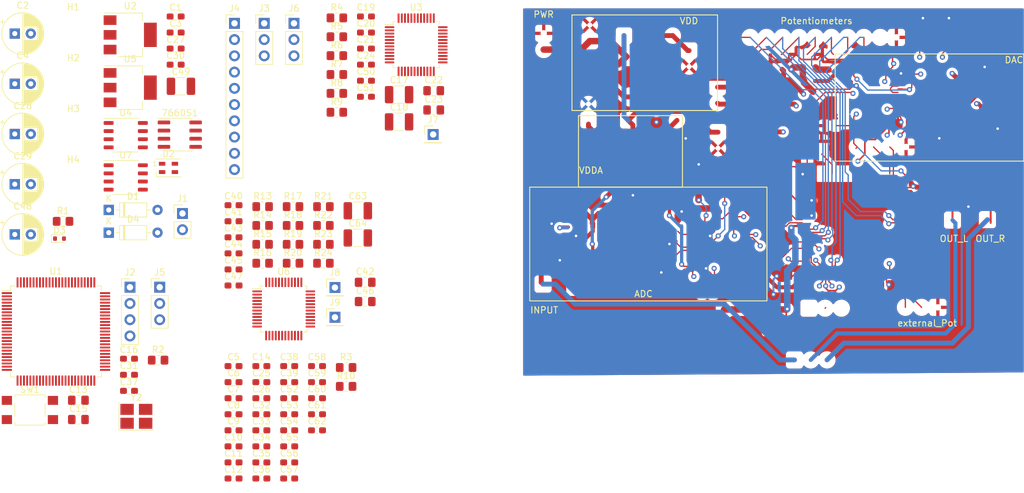
<source format=kicad_pcb>
(kicad_pcb (version 20221018) (generator pcbnew)
  (layers (0 "F.Cu" signal) (1 "In1.Cu" signal) (2 "In2.Cu" signal) (31 "B.Cu" signal) (34 "B.Paste" user) (35 "F.Paste" user) (36 "B.SilkS" user "B.Silkscreen") (37 "F.SilkS" user "F.Silkscreen") (38 "B.Mask" user) (39 "F.Mask" user) (44 "Edge.Cuts" user))
  (net 0 "")
  (net 1 "GND")
  (net 2 "VDD")
  (net 3 "Net-(U1-BOOT0)")
  (net 12 "Net-(U1-PH0)")
  (net 13 "Net-(U1-PH1)")
  (net 14 "Net-(7660S1-CAP+)")
  (net 15 "Net-(7660S1-CAP-)")
  (net 16 "Net-(U3-FILTR)")
  (net 20 "Net-(U4A--)")
  (net 21 "GNDA")
  (net 22 "Net-(U4B--)")
  (net 23 "Net-(U3-CM)")
  (net 24 "Net-(U6-CM)")
  (net 39 "Net-(C15-Pad1)")
  (net 52 "Net-(U6-FILTR)")
  (net 59 "Net-(C13-Pad1)")
  (net 83 "Net-(C22-Pad1)")
  (net 84 "Net-(C25-Pad1)")
  (net 86 "VDDA")
  (net 89 "Net-(C38-Pad1)")
  (net 96 "Net-(C40-Pad1)")
  (net 97 "Net-(C40-Pad2)")
  (net 98 "Net-(U7A-+)")
  (net 99 "Net-(C42-Pad1)")
  (net 100 "Net-(U7B-+)")
  (net 101 "Net-(C45-Pad1)")
  (net 102 "Net-(C45-Pad2)")
  (net 103 "Net-(C46-Pad1)")
  (net 106 "Net-(U7A--)")
  (net 111 "Net-(U7B--)")
  (net 132 "/Power/+9V")
  (net 133 "/Power/-9V")
  (net 134 "Net-(D2-A)")
  (net 135 "/MCU/NRST")
  (net 136 "/Input_stage/audio_IN")
  (net 137 "Net-(C20-Pad2)")
  (net 138 "Net-(C21-Pad2)")
  (net 139 "Net-(C23-Pad1)")
  (net 140 "/Input_stage/ADC1P")
  (net 141 "/filters/AD1974_LF")
  (net 142 "/filters/AD1934_LF")
  (net 143 "/Output_stage/audio_OUT_R")
  (net 144 "/Output_stage/audio_OUT_L{slash}MONO")
  (net 145 "/Input_stage/ADC1N")
  (net 146 "/MCU/swdio")
  (net 147 "/MCU/swclk")
  (net 148 "/MCU/+3.3V")
  (net 149 "/Connectors/audio_IN")
  (net 150 "/Connectors/audio_OUT_L{slash}MONO")
  (net 151 "/Connectors/audio_OUT_R")
  (net 152 "/Connectors/pot8")
  (net 153 "/Connectors/pot7")
  (net 154 "/Connectors/pot6")
  (net 155 "/Connectors/pot5")
  (net 156 "/Connectors/pot4")
  (net 157 "/Connectors/pot3")
  (net 158 "/Connectors/pot2")
  (net 159 "/Connectors/pot1")
  (net 160 "/MCU/CLK")
  (net 161 "/MCU/MISO")
  (net 162 "/MCU/MOSI")
  (net 163 "/Connectors/pot_external")
  (net 164 "/Output_stage/DAC_OUT_RIGHT")
  (net 165 "/Output_stage/DAC_OUT_LEFT")
  (net 166 "/MCU/DAC_EN")
  (net 167 "/MCU/ADC_EN")
  (net 168 "/Input_stage/MOSI")
  (net 169 "/Input_stage/MISO")
  (net 170 "/Input_stage/CLK")
  (net 171 "/Input_stage/ADC_EN")
  (net 172 "/Input_stage/AD1974_LF")
  (net 173 "/Output_stage/MOSI")
  (net 174 "/Output_stage/MISO")
  (net 175 "/Output_stage/CLK")
  (net 176 "/Output_stage/DAC_EN")
  (net 177 "/Output_stage/AD1934_LF")
  (net 178 "POT5")
  (net 179 "POT1")
  (net 180 "POT6")
  (net 181 "POT2")
  (net 182 "POT7")
  (net 183 "POT3")
  (net 184 "POT8")
  (net 185 "POT_EXT")
  (net 186 "POT4")
  (footprint "Capacitor_SMD:C_0603_1608Metric_Pad1.08x0.95mm_HandSolder" (layer "F.Cu") (at 104.577 104.083)
    (fp_text reference "C8")
    (fp_text value "100nF")
  )
  (footprint "Resistor_SMD:R_0805_2012Metric_Pad1.20x1.40mm_HandSolder" (layer "F.Cu") (at 122.177 99.723)
    (fp_text reference "R10")
    (fp_text value "562")
  )
  (footprint "Capacitor_SMD:C_0603_1608Metric_Pad1.08x0.95mm_HandSolder" (layer "F.Cu") (at 113.277 106.593)
    (fp_text reference "C54")
    (fp_text value "100nF")
  )
  (footprint "Capacitor_SMD:C_0603_1608Metric_Pad1.08x0.95mm_HandSolder" (layer "F.Cu") (at 104.577 101.573)
    (fp_text reference "C7")
    (fp_text value "100nF")
  )
  (footprint "Resistor_SMD:R_0805_2012Metric_Pad1.20x1.40mm_HandSolder" (layer "F.Cu") (at 92.787 95.623)
    (fp_text reference "R2")
    (fp_text value "10k")
  )
  (footprint "Resistor_SMD:R_0805_2012Metric_Pad1.20x1.40mm_HandSolder" (layer "F.Cu") (at 122.177 96.773)
    (fp_text reference "R3")
    (fp_text value "5.76k")
  )
  (footprint "Package_TO_SOT_SMD:SOT-223-3_TabPin2" (layer "F.Cu") (at 88.427 53.023)
    (fp_text reference "U5")
    (fp_text value "AMS1117-3.3")
  )
  (footprint "Capacitor_SMD:C_0603_1608Metric_Pad1.08x0.95mm_HandSolder" (layer "F.Cu") (at 113.277 99.063)
    (fp_text reference "C39")
    (fp_text value "390pF")
  )
  (footprint "Capacitor_SMD:C_1210_3225Metric_Pad1.33x2.70mm_HandSolder" (layer "F.Cu") (at 124.007 72.273)
    (fp_text reference "C63")
    (fp_text value "100uF")
  )
  (footprint "Capacitor_SMD:C_0603_1608Metric_Pad1.08x0.95mm_HandSolder" (layer "F.Cu") (at 108.927 99.063)
    (fp_text reference "C25")
    (fp_text value "120p")
  )
  (footprint "Capacitor_SMD:C_0603_1608Metric_Pad1.08x0.95mm_HandSolder" (layer "F.Cu") (at 104.577 81.443)
    (fp_text reference "C45")
    (fp_text value "120p")
  )
  (footprint "Resistor_SMD:R_0805_2012Metric_Pad1.20x1.40mm_HandSolder" (layer "F.Cu") (at 77.927 73.923)
    (fp_text reference "R1")
    (fp_text value "330R")
  )
  (footprint "Capacitor_SMD:C_0805_2012Metric_Pad1.18x1.45mm_HandSolder" (layer "F.Cu") (at 125.157 86.463)
    (fp_text reference "C46")
    (fp_text value "4.7uF")
  )
  (footprint "Capacitor_SMD:C_0603_1608Metric_Pad1.08x0.95mm_HandSolder" (layer "F.Cu") (at 104.577 76.423)
    (fp_text reference "C43")
    (fp_text value "2.2nF")
  )
  (footprint "Package_QFP:LQFP-48_7x7mm_P0.5mm" (layer "F.Cu") (at 133.127 46.323)
    (fp_text reference "U3")
    (fp_text value "AD1974")
  )
  (footprint "Capacitor_SMD:C_0603_1608Metric_Pad1.08x0.95mm_HandSolder" (layer "F.Cu") (at 125.277 44.413)
    (fp_text reference "C20")
    (fp_text value "120p")
  )
  (footprint "Capacitor_SMD:C_0603_1608Metric_Pad1.08x0.95mm_HandSolder" (layer "F.Cu") (at 113.277 96.553)
    (fp_text reference "C38")
    (fp_text value "5.6nF")
  )
  (footprint "Diode_SMD:D_SOD-523" (layer "F.Cu") (at 77.372 76.623)
    (fp_text reference "D3")
    (fp_text value "1N914WT")
  )
  (footprint "Resistor_SMD:R_0805_2012Metric_Pad1.20x1.40mm_HandSolder" (layer "F.Cu") (at 120.727 42.123)
    (fp_text reference "R4")
    (fp_text value "5.76k")
  )
  (footprint "Capacitor_THT:CP_Radial_D6.3mm_P2.50mm" (layer "F.Cu") (at 70.382241 68.123)
    (fp_text reference "C29")
    (fp_text value "1uF")
  )
  (footprint "Connector_PinHeader_2.54mm:PinHeader_1x10_P2.54mm_Vertical" (layer "F.Cu") (at 104.727 42.973)
    (fp_text reference "J4")
    (fp_text value "Conn_01x10_pots_internal")
  )
  (footprint "Capacitor_SMD:C_0603_1608Metric_Pad1.08x0.95mm_HandSolder" (layer "F.Cu") (at 104.577 106.593)
    (fp_text reference "C9")
    (fp_text value "100nF")
  )
  (footprint "Resistor_SMD:R_0805_2012Metric_Pad1.20x1.40mm_HandSolder" (layer "F.Cu") (at 109.127 71.623)
    (fp_text reference "R13")
    (fp_text value "3.32k")
  )
  (footprint "Capacitor_THT:CP_Radial_D6.3mm_P2.50mm" (layer "F.Cu") (at 70.382241 60.273)
    (fp_text reference "C28")
    (fp_text value "100uF")
  )
  (footprint "LED_SMD:LED_SK6805_PLCC4_2.4x2.7mm_P1.3mm" (layer "F.Cu") (at 94.412 65.573)
    (fp_text reference "D2")
    (fp_text value "LED")
  )
  (footprint "Capacitor_SMD:C_0603_1608Metric_Pad1.08x0.95mm_HandSolder" (layer "F.Cu") (at 113.277 111.613)
    (fp_text reference "C56")
    (fp_text value "100nF")
  )
  (footprint "Connector_PinHeader_2.54mm:PinHeader_1x01_P2.54mm_Vertical" (layer "F.Cu") (at 120.427 84.273)
    (fp_text reference "J8")
    (fp_text value "GuitarOUT_R")
  )
  (footprint "Capacitor_SMD:C_1210_3225Metric_Pad1.33x2.70mm_HandSolder" (layer "F.Cu") (at 96.357 52.813)
    (fp_text reference "C49")
    (fp_text value "10uF")
  )
  (footprint "Package_SO:SSOP-8_3.9x5.05mm_P1.27mm" (layer "F.Cu") (at 87.727 60.453)
    (fp_text reference "U4")
    (fp_text value "OP275")
  )
  (footprint "Capacitor_THT:CP_Radial_D6.3mm_P2.50mm" (layer "F.Cu") (at 70.382241 44.573)
    (fp_text reference "C2")
    (fp_text value "1uF")
  )
  (footprint "Package_SO:SOIC-8_3.9x4.9mm_P1.27mm" (layer "F.Cu") (at 96.177 60.373)
    (fp_text reference "7660S1")
    (fp_text value "~")
  )
  (footprint "Capacitor_SMD:C_0603_1608Metric_Pad1.08x0.95mm_HandSolder" (layer "F.Cu") (at 95.527 44.413)
    (fp_text reference "C3")
    (fp_text value "100nF")
  )
  (footprint "Capacitor_SMD:C_0603_1608Metric_Pad1.08x0.95mm_HandSolder" (layer "F.Cu") (at 117.627 96.553)
    (fp_text reference "C58")
    (fp_text value "100nF")
  )
  (footprint "Capacitor_SMD:C_0805_2012Metric_Pad1.18x1.45mm_HandSolder" (layer "F.Cu") (at 80.327 101.893)
    (fp_text reference "C13")
    (fp_text value "2.2uF")
  )
  (footprint "Capacitor_SMD:C_0603_1608Metric_Pad1.08x0.95mm_HandSolder" (layer "F.Cu") (at 95.527 46.923)
    (fp_text reference "C27")
    (fp_text value "100nF ")
  )
  (footprint "Capacitor_SMD:C_0603_1608Metric_Pad1.08x0.95mm_HandSolder" (layer "F.Cu") (at 95.527 49.433)
    (fp_text reference "C30")
    (fp_text value "100nF")
  )
  (footprint "Crystal:Crystal_SMD_SeikoEpson_TSX3225-4Pin_3.2x2.5mm_HandSoldering" (layer "F.Cu") (at 89.387 104.403)
    (fp_text reference "Y2")
    (fp_text value "X1E0000210132")
  )
  (footprint "MountingHole:MountingHole_3.2mm_M3" (layer "F.Cu") (at 79.527 52.573)
    (fp_text reference "H2")
    (fp_text value "MountingHole_Pad")
  )
  (footprint "Capacitor_SMD:C_0603_1608Metric_Pad1.08x0.95mm_HandSolder" (layer "F.Cu") (at 104.577 109.103)
    (fp_text reference "C10")
    (fp_text value "100nF")
  )
  (footprint "Package_SO:SSOP-8_3.9x5.05mm_P1.27mm" (layer "F.Cu") (at 87.727 67.063)
    (fp_text reference "U7")
    (fp_text value "OP275")
  )
  (footprint "Capacitor_SMD:C_0603_1608Metric_Pad1.08x0.95mm_HandSolder" (layer "F.Cu") (at 108.927 109.103)
    (fp_text reference "C34")
    (fp_text value "100nF")
  )
  (footprint "Package_TO_SOT_SMD:SOT-223-3_TabPin2" (layer "F.Cu") (at 88.427 44.773)
    (fp_text reference "U2")
    (fp_text value "AMS1117-3.3")
  )
  (footprint "Capacitor_SMD:C_0805_2012Metric_Pad1.18x1.45mm_HandSolder" (layer "F.Cu") (at 80.327 104.903)
    (fp_text reference "C15")
    (fp_text value "2.2uF")
  )
  (footprint "Capacitor_SMD:C_0603_1608Metric_Pad1.08x0.95mm_HandSolder" (layer "F.Cu") (at 117.627 104.083)
    (fp_text reference "C61")
    (fp_text value "100nF")
  )
  (footprint "Resistor_SMD:R_0805_2012Metric_Pad1.20x1.40mm_HandSolder" (layer "F.Cu") (at 113.877 80.473)
    (fp_text reference "R20")
    (fp_text value "3.32k")
  )
  (footprint "Capacitor_SMD:C_0603_1608Metric_Pad1.08x0.95mm_HandSolder" (layer "F.Cu") (at 113.277 101.573)
    (fp_text reference "C52")
    (fp_text value "100nF")
  )
  (footprint "Resistor_SMD:R_0805_2012Metric_Pad1.20x1.40mm_HandSolder" (layer "F.Cu") (at 113.877 71.623)
    (fp_text reference "R17")
    (fp_text value "604")
  )
  (footprint "Resistor_SMD:R_0805_2012Metric_Pad1.20x1.40mm_HandSolder" (layer "F.Cu") (at 120.727 53.923)
    (fp_text reference "R8")
    (fp_text value "237R")
  )
  (footprint "Capacitor_SMD:C_0603_1608Metric_Pad1.08x0.95mm_HandSolder" (layer "F.Cu") (at 104.577 83.953)
    (fp_text reference "C47")
    (fp_text value "2.2nF")
  )
  (footprint "Package_QFP:LQFP-100_14x14mm_P0.5mm" (layer "F.Cu") (at 76.817 91.143)
    (fp_text reference "U1")
    (fp_text value "STM32H730VBTx")
  )
  (footprint "Resistor_SMD:R_0805_2012Metric_Pad1.20x1.40mm_HandSolder" (layer "F.Cu") (at 120.727 45.073)
    (fp_text reference "R5")
    (fp_text value "5.76k")
  )
  (footprint "Capacitor_THT:CP_Radial_D6.3mm_P2.50mm" (layer "F.Cu") (at 70.382241 75.973)
    (fp_text reference "C48")
    (fp_text value "10uF")
  )
  (footprint "Resistor_SMD:R_0805_2012Metric_Pad1.20x1.40mm_HandSolder" (layer "F.Cu") (at 113.877 74.573)
    (fp_text reference "R18")
    (fp_text value "49.9k")
  )
  (footprint "Connector_PinHeader_2.54mm:PinHeader_1x01_P2.54mm_Vertical" (layer "F.Cu") (at 135.787 60.343)
    (fp_text reference "J7")
    (fp_text value "GuitarIN")
  )
  (footprint "Resistor_SMD:R_0805_2012Metric_Pad1.20x1.40mm_HandSolder" (layer "F.Cu") (at 118.627 80.473)
    (fp_text reference "R24")
    (fp_text value "49.9k")
  )
  (footprint "Resistor_SMD:R_0805_2012Metric_Pad1.20x1.40mm_HandSolder" (layer "F.Cu") (at 120.727 50.973)
    (fp_text reference "R7")
    (fp_text value "5.76k")
  )
  (footprint "Capacitor_SMD:C_0603_1608Metric_Pad1.08x0.95mm_HandSolder" (layer "F.Cu") (at 117.627 106.593)
    (fp_text reference "C62")
    (fp_text value "100nF")
  )
  (footprint "Capacitor_SMD:C_0603_1608Metric_Pad1.08x0.95mm_HandSolder" (layer "F.Cu") (at 125.277 49.433)
    (fp_text reference "C24")
    (fp_text value "1nF")
  )
  (footprint "Capacitor_SMD:C_0603_1608Metric_Pad1.08x0.95mm_HandSolder" (layer "F.Cu") (at 113.277 114.123)
    (fp_text reference "C57")
    (fp_text value "100nF")
  )
  (footprint "Capacitor_SMD:C_0603_1608Metric_Pad1.08x0.95mm_HandSolder" (layer "F.Cu") (at 108.927 106.593)
    (fp_text reference "C33")
    (fp_text value "100nF")
  )
  (footprint "Capacitor_SMD:C_1210_3225Metric_Pad1.33x2.70mm_HandSolder" (layer "F.Cu") (at 130.457 58.373)
    (fp_text reference "C18")
    (fp_text value "100uF")
  )
  (footprint "Capacitor_SMD:C_0603_1608Metric_Pad1.08x0.95mm_HandSolder" (layer "F.Cu") (at 125.277 46.923)
    (fp_text reference "C21")
    (fp_text value "120p")
  )
  (footprint "Button_Switch_SMD:SW_SPST_TL3305A" (layer "F.Cu") (at 72.747 103.413)
    (fp_text reference "SW1")
    (fp_text value "SW_SPST")
  )
  (footprint "Connector_PinHeader_2.54mm:PinHeader_1x04_P2.54mm_Vertical" (layer "F.Cu") (at 88.387 84.223)
    (fp_text reference "J2")
    (fp_text value "STlink")
  )
  (footprint "Connector_PinHeader_2.54mm:PinHeader_1x02_P2.54mm_Vertical" (layer "F.Cu") (at 96.597 72.693)
    (fp_text reference "J1")
    (fp_text value "Power conn")
  )
  (footprint "Capacitor_SMD:C_0603_1608Metric_Pad1.08x0.95mm_HandSolder" (layer "F.Cu") (at 95.527 41.903)
    (fp_text reference "C1")
    (fp_text value "100nF ")
  )
  (footprint "Capacitor_SMD:C_0603_1608Metric_Pad1.08x0.95mm_HandSolder" (layer "F.Cu") (at 104.577 114.123)
    (fp_text reference "C12")
    (fp_text value "100nF")
  )
  (footprint "Capacitor_SMD:C_0603_1608Metric_Pad1.08x0.95mm_HandSolder" (layer "F.Cu") (at 113.277 109.103)
    (fp_text reference "C55")
    (fp_text value "100nF")
  )
  (footprint "Capacitor_SMD:C_0603_1608Metric_Pad1.08x0.95mm_HandSolder" (layer "F.Cu") (at 108.927 111.613)
    (fp_text reference "C35")
    (fp_text value "100nF")
  )
  (footprint "Connector_PinHeader_2.54mm:PinHeader_1x03_P2.54mm_Vertical" (layer "F.Cu") (at 114.027 42.973)
    (fp_text reference "J6")
    (fp_text value "Conn_01x03_pot_ext")
  )
  (footprint "Capacitor_SMD:C_0603_1608Metric_Pad1.08x0.95mm_HandSolder" (layer "F.Cu") (at 104.577 71.403)
    (fp_text reference "C40")
    (fp_text value "120p")
  )
  (footprint "Capacitor_SMD:C_0603_1608Metric_Pad1.08x0.95mm_HandSolder" (layer "F.Cu") (at 104.577 111.613)
    (fp_text reference "C11")
    (fp_text value "100nF")
  )
  (footprint "Capacitor_SMD:C_0805_2012Metric_Pad1.18x1.45mm_HandSolder" (layer "F.Cu") (at 135.867 56.513)
    (fp_text reference "C23")
    (fp_text value "4.7uF")
  )
  (footprint "Capacitor_SMD:C_0603_1608Metric_Pad1.08x0.95mm_HandSolder" (layer "F.Cu") (at 108.927 96.553)
    (fp_text reference "C14")
    (fp_text value "100nF")
  )
  (footprint "MountingHole:MountingHole_3.2mm_M3" (layer "F.Cu") (at 79.527 44.623)
    (fp_text reference "H1")
    (fp_text value "MountingHole_Pad")
  )
  (footprint "Connector_PinHeader_2.54mm:PinHeader_1x01_P2.54mm_Vertical" (layer "F.Cu") (at 120.427 88.923)
    (fp_text reference "J9")
    (fp_text value "GuitarOUT_L")
  )
  (footprint "Capacitor_SMD:C_0603_1608Metric_Pad1.08x0.95mm_HandSolder" (layer "F.Cu") (at 104.577 73.913)
    (fp_text reference "C41")
    (fp_text value "120p")
  )
  (footprint "Capacitor_SMD:C_0603_1608Metric_Pad1.08x0.95mm_HandSolder" (layer "F.Cu") (at 108.927 114.123)
    (fp_text reference "C36")
    (fp_text value "100nF")
  )
  (footprint "Capacitor_SMD:C_0805_2012Metric_Pad1.18x1.45mm_HandSolder" (layer "F.Cu") (at 125.157 83.453)
    (fp_text reference "C42")
    (fp_text value "4.7uF")
  )
  (footprint "Capacitor_SMD:C_1210_3225Metric_Pad1.33x2.70mm_HandSolder" (layer "F.Cu") (at 130.457 54.123)
    (fp_text reference "C17")
    (fp_text value "10uF")
  )
  (footprint "Resistor_SMD:R_0805_2012Metric_Pad1.20x1.40mm_HandSolder" (layer "F.Cu") (at 118.627 74.573)
    (fp_text reference "R22")
    (fp_text value "4.99k")
  )
  (footprint "Capacitor_THT:CP_Radial_D6.3mm_P2.50mm" (layer "F.Cu") (at 70.382241 52.423)
    (fp_text reference "C4")
    (fp_text value "100uF")
  )
  (footprint "Capacitor_SMD:C_0603_1608Metric_Pad1.08x0.95mm_HandSolder" (layer "F.Cu") (at 117.627 99.063)
    (fp_text reference "C59")
    (fp_text value "100nF")
  )
  (footprint "Capacitor_SMD:C_0603_1608Metric_Pad1.08x0.95mm_HandSolder" (layer "F.Cu") (at 125.277 54.453)
    (fp_text reference "C51")
    (fp_text value "100pF")
  )
  (footprint "Resistor_SMD:R_0805_2012Metric_Pad1.20x1.40mm_HandSolder" (layer "F.Cu") (at 120.727 56.873)
    (fp_text reference "R9")
    (fp_text value "237R")
  )
  (footprint "Resistor_SMD:R_0805_2012Metric_Pad1.20x1.40mm_HandSolder" (layer "F.Cu") (at 109.127 74.573)
    (fp_text reference "R14")
    (fp_text value "3.32k")
  )
  (footprint "Connector_PinHeader_2.54mm:PinHeader_1x03_P2.54mm_Vertical" (layer "F.Cu") (at 93.037 84.223)
    (fp_text reference "J5")
    (fp_text value "SPI")
  )
  (footprint "Resistor_SMD:R_0805_2012Metric_Pad1.20x1.40mm_HandSolder" (layer "F.Cu") (at 118.627 77.523)
    (fp_text reference "R23")
    (fp_text value "604")
  )
  (footprint "Capacitor_SMD:C_0603_1608Metric_Pad1.08x0.95mm_HandSolder" (layer "F.Cu") (at 104.577 99.063)
    (fp_text reference "C6")
    (fp_text value "100nF")
  )
  (footprint "Capacitor_SMD:C_0603_1608Metric_Pad1.08x0.95mm_HandSolder" (layer "F.Cu") (at 88.237 97.913)
    (fp_text reference "C31")
    (fp_text value "7pF")
  )
  (footprint "Capacitor_SMD:C_0603_1608Metric_Pad1.08x0.95mm_HandSolder" (layer "F.Cu") (at 125.277 51.943)
    (fp_text reference "C50")
    (fp_text value "1nF")
  )
  (footprint "Package_QFP:LQFP-48_7x7mm_P0.5mm" (layer "F.Cu") (at 112.427 87.623)
    (fp_text reference "U6")
    (fp_text value "AD1934")
  )
  (footprint "Capacitor_SMD:C_0603_1608Metric_Pad1.08x0.95mm_HandSolder" (layer "F.Cu") (at 88.237 95.403)
    (fp_text reference "C16")
    (fp_text value "100nF ")
  )
  (footprint "Capacitor_SMD:C_1210_3225Metric_Pad1.33x2.70mm_HandSolder" (layer "F.Cu") (at 124.007 76.523)
    (fp_text reference "C64")
    (fp_text value "10uF")
  )
  (footprint "Resistor_SMD:R_0805_2012Metric_Pad1.20x1.40mm_HandSolder" (layer "F.Cu") (at 113.877 77.523)
    (fp_text reference "R19")
    (fp_text value "3.32k")
  )
  (footprint "Capacitor_SMD:C_0603_1608Metric_Pad1.08x0.95mm_HandSolder" (layer "F.Cu") (at 88.237 100.423)
    (fp_text reference "C37")
    (fp_text value "7pF")
  )
  (footprint "Capacitor_SMD:C_0603_1608Metric_Pad1.08x0.95mm_HandSolder" (layer "F.Cu") (at 108.927 101.573)
    (fp_text reference "C26")
    (fp_text value "120p")
  )
  (footprint "Resistor_SMD:R_0805_2012Metric_Pad1.20x1.40mm_HandSolder" (layer "F.Cu") (at 118.627 71.623)
    (fp_text reference "R21")
    (fp_text value "4.99k")
  )
  (footprint "Resistor_SMD:R_0805_2012Metric_Pad1.20x1.40mm_HandSolder" (layer "F.Cu") (at 120.727 48.023)
    (fp_text reference "R6")
    (fp_text value "5.76k")
  )
  (footprint "Capacitor_SMD:C_0603_1608Metric_Pad1.08x0.95mm_HandSolder" (layer "F.Cu") (at 104.577 78.933)
    (fp_text reference "C44")
    (fp_text value "120p")
  )
  (footprint "Resistor_SMD:R_0805_2012Metric_Pad1.20x1.40mm_HandSolder" (layer "F.Cu") (at 109.127 77.523)
    (fp_text reference "R15")
    (fp_text value "4.99k")
  )
  (footprint "Capacitor_SMD:C_0603_1608Metric_Pad1.08x0.95mm_HandSolder" (layer "F.Cu") (at 104.577 96.553)
    (fp_text reference "C5")
    (fp_text value "100nF")
  )
  (footprint "Capacitor_SMD:C_0603_1608Metric_Pad1.08x0.95mm_HandSolder" (layer "F.Cu") (at 108.927 104.083)
    (fp_text reference "C32")
    (fp_text value "100nF")
  )
  (footprint "Capacitor_SMD:C_0603_1608Metric_Pad1.08x0.95mm_HandSolder" (layer "F.Cu") (at 113.277 104.083)
    (fp_text reference "C53")
    (fp_text value "100nF")
  )
  (footprint "Capacitor_SMD:C_0805_2012Metric_Pad1.18x1.45mm_HandSolder" (layer "F.Cu") (at 135.867 53.503)
    (fp_text reference "C22")
    (fp_text value "4.7uF")
  )
  (footprint "Diode_THT:D_DO-35_SOD27_P7.62mm_Horizontal" (layer "F.Cu") (at 85.077 72.143)
    (fp_text reference "D1")
    (fp_text value "1N4148")
  )
  (footprint "MountingHole:MountingHole_3.2mm_M3" (layer "F.Cu") (at 79.527 60.523)
    (fp_text reference "H3")
    (fp_text value "MountingHole_Pad")
  )
  (footprint "Capacitor_SMD:C_0603_1608Metric_Pad1.08x0.95mm_HandSolder" (layer "F.Cu") (at 117.627 101.573)
    (fp_text reference "C60")
    (fp_text value "100nF")
  )
  (footprint "Connector_PinHeader_2.54mm:PinHeader_1x03_P2.54mm_Vertical" (layer "F.Cu") (at 109.377 42.973)
    (fp_text reference "J3")
    (fp_text value "Audio_sig")
  )
  (footprint "Resistor_SMD:R_0805_2012Metric_Pad1.20x1.40mm_HandSolder" (layer "F.Cu") (at 109.127 80.473)
    (fp_text reference "R16")
    (fp_text value "4.99k")
  )
  (footprint "Diode_THT:D_DO-35_SOD27_P7.62mm_Horizontal" (layer "F.Cu") (at 85.077 75.693)
    (fp_text reference "D4")
    (fp_text value "1N4148")
  )
  (footprint "MountingHole:MountingHole_3.2mm_M3" (layer "F.Cu") (at 79.527 68.473)
    (fp_text reference "H4")
    (fp_text value "MountingHole_Pad")
  )
  (footprint "Capacitor_SMD:C_0603_1608Metric_Pad1.08x0.95mm_HandSolder" (layer "F.Cu") (at 125.277 41.903)
    (fp_text reference "C19")
    (fp_text value "100p")
  )
  (gr_rect (start 157.48 41.656) (end 180.24 56.600749) (stroke (width 0.15)) (fill none) (layer "F.SilkS"))
  (gr_rect (start 158.496 57.404) (end 174.752 68.58) (stroke (width 0.15)) (fill none) (layer "F.SilkS"))
  (gr_rect (start 198.628 47.752) (end 228.092 64.516) (stroke (width 0.15)) (fill none) (layer "F.SilkS"))
  (gr_rect (start 150.876 68.58) (end 187.96 86.36) (stroke (width 0.15)) (fill none) (layer "F.SilkS"))
  (gr_text "DAC\n" (at 225.044 49.276) (layer "F.SilkS") (effects (font (size 1 1)) (justify left bottom)))
  (gr_text "OUT_L" (at 214.884 77.216) (layer "F.SilkS") (effects (font (size 1 1)) (justify left bottom)))
  (gr_text "PWR" (at 151.384 42.164) (layer "F.SilkS") (effects (font (size 1 1)) (justify left bottom)))
  (gr_text "ADC\n" (at 167.132 85.852) (layer "F.SilkS") (effects (font (size 1 1)) (justify left bottom)))
  (gr_text "Potentiometers" (at 189.992 43.18) (layer "F.SilkS") (effects (font (size 1 1)) (justify left bottom)))
  (gr_text "INPUT" (at 150.876 88.392) (layer "F.SilkS") (effects (font (size 1 1)) (justify left bottom)))
  (gr_text "VDDA" (at 158.496 66.548) (layer "F.SilkS") (effects (font (size 1 1)) (justify left bottom)))
  (gr_text "external_Pot\n" (at 208.28 90.424) (layer "F.SilkS") (effects (font (size 1 1)) (justify left bottom)))
  (gr_text "OUT_R" (at 220.472 77.216) (layer "F.SilkS") (effects (font (size 1 1)) (justify left bottom)))
  (gr_text "VDD\n" (at 174.244 43.18) (layer "F.SilkS") (effects (font (size 1 1)) (justify left bottom)))
  (segment (start 188.71 57.46) (end 190.565 55.605) (width 0.762) (layer "F.Cu") (net 0))
  (segment (start 160.725 74.28621) (end 160.655 74.21621) (width 0.762) (layer "F.Cu") (net 0))
  (segment (start 207.99467 69.65) (end 207.725 69.38033) (width 0.2) (layer "F.Cu") (net 0))
  (segment (start 197.143453 84.032983) (end 197.143453 81.831547) (width 0.2) (layer "F.Cu") (net 0))
  (segment (start 222.932 74.166) (end 222.932 70.411) (width 0.3048) (layer "F.Cu") (net 0))
  (segment (start 170.2675 80.3675) (end 169.92 80.715) (width 0.2) (layer "F.Cu") (net 0))
  (segment (start 206.535 59.490685) (end 204.900685 61.125) (width 0.25) (layer "F.Cu") (net 0))
  (segment (start 195.58 74.93) (end 195.36 75.15) (width 0.2) (layer "F.Cu") (net 0))
  (segment (start 185.615 51.795) (end 190.565 51.795) (width 0.762) (layer "F.Cu") (net 0))
  (segment (start 202.035 50.3625) (end 202.035 49.59467) (width 0.2) (layer "F.Cu") (net 0))
  (segment (start 159.4825 82.53) (end 159.4825 84.1825) (width 0.762) (layer "F.Cu") (net 0))
  (segment (start 186.055 46.99) (end 187.88 45.165) (width 0.2) (layer "F.Cu") (net 0))
  (segment (start 160.725 74.825) (end 160.725 74.28621) (width 0.762) (layer "F.Cu") (net 0))
  (segment (start 207.635 73.65) (end 208.825 73.65) (width 0.2) (layer "F.Cu") (net 0))
  (segment (start 186.2825 47.825) (end 187.0575 47.05) (width 0.2) (layer "F.Cu") (net 0))
  (segment (start 198.15 80.2095) (end 198.15 81.825) (width 0.2) (layer "F.Cu") (net 0))
  (segment (start 207.01 73.025) (end 207.635 73.65) (width 0.2) (layer "F.Cu") (net 0))
  (segment (start 182.245 47.0225) (end 182.245 46.99) (width 0.2) (layer "F.Cu") (net 0))
  (segment (start 200.0275 47.825) (end 200.58 47.2725) (width 0.2) (layer "F.Cu") (net 0))
  (segment (start 216.916 50.8) (end 217.621 51.505) (width 0.762) (layer "F.Cu") (net 0))
  (segment (start 164.755 49.375) (end 165.955 48.175) (width 1.016) (layer "F.Cu") (net 0))
  (segment (start 160.725 80.175) (end 160.725 77.54) (width 0.508) (layer "F.Cu") (net 0))
  (segment (start 209.96 83.156) (end 209.96 84.992) (width 0.2) (layer "F.Cu") (net 0))
  (segment (start 160.284502 81.727998) (end 165.28 81.727998) (width 0.762) (layer "F.Cu") (net 0))
  (segment (start 210.82 74.168) (end 211.8225 74.168) (width 0.2) (layer "F.Cu") (net 0))
  (segment (start 203.543 61.125) (end 203.265 61.403) (width 0.25) (layer "F.Cu") (net 0))
  (segment (start 191.77 74.93) (end 192.05 74.65) (width 0.2) (layer "F.Cu") (net 0))
  (segment (start 210.76 55.775) (end 212.1 57.115) (width 0.25) (layer "F.Cu") (net 0))
  (segment (start 221.431 55.95) (end 221.361 55.88) (width 0.635) (layer "F.Cu") (net 0))
  (segment (start 188.71 57.875) (end 188.71 60.650249) (width 0.762) (layer "F.Cu") (net 0))
  (segment (start 190.565 55.605) (end 192.257 55.605) (width 0.762) (layer "F.Cu") (net 0))
  (segment (start 210.82 74.168) (end 210.82 82.296) (width 0.2) (layer "F.Cu") (net 0))
  (segment (start 156.915 74.825) (end 155.68 74.825) (width 0.508) (layer "F.Cu") (net 0))
  (segment (start 217.621 51.505) (end 217.621 51.915) (width 0.762) (layer "F.Cu") (net 0))
  (segment (start 181.255 87.705) (end 188.455 87.705) (width 1.016) (layer "F.Cu") (net 0))
  (segment (start 158.2225 72.42) (end 158.2125 72.43) (width 0.762) (layer "F.Cu") (net 0))
  (segment (start 207.01 74.295) (end 207.155 74.15) (width 0.2) (layer "F.Cu") (net 0))
  (segment (start 196.591436 75.377596) (end 196.319032 75.65) (width 0.2) (layer "F.Cu") (net 0))
  (segment (start 167.656 56.754) (end 175.895 56.754) (width 0.762) (layer "F.Cu") (net 0))
  (segment (start 198.706018 84.757983) (end 197.533983 84.757983) (width 0.25) (layer "F.Cu") (net 0))
  (segment (start 190.978 87.787) (end 191.135 87.63) (width 0.25) (layer "F.Cu") (net 0))
  (segment (start 196.99351 76.2) (end 193.525 76.2) (width 0.2) (layer "F.Cu") (net 0))
  (segment (start 197.65 83.35) (end 197.65 81.825) (width 0.2) (layer "F.Cu") (net 0))
  (segment (start 191.77 74.93) (end 191.7375 74.93) (width 0.2) (layer "F.Cu") (net 0))
  (segment (start 209.96 84.992) (end 210.82 85.852) (width 0.2) (layer "F.Cu") (net 0))
  (segment (start 167.005 65.405) (end 166.16 66.25) (width 0.762) (layer "F.Cu") (net 0))
  (segment (start 208.4475 56.775) (end 209.250685 56.775) (width 0.25) (layer "F.Cu") (net 0))
  (segment (start 158.939749 47.075) (end 160.264749 45.75) (width 1.016) (layer "F.Cu") (net 0))
  (segment (start 197.533983 84.757983) (end 197.143453 84.367453) (width 0.25) (layer "F.Cu") (net 0))
  (segment (start 158.2125 70.5725) (end 158.37 70.415) (width 0.762) (layer "F.Cu") (net 0))
  (segment (start 173.88 77.3725) (end 173.88 76.9725) (width 0.2) (layer "F.Cu") (net 0))
  (segment (start 193.675 53.975) (end 191.495 51.795) (width 0.762) (layer "F.Cu") (net 0))
  (segment (start 182.7125 45.165) (end 185.34 45.165) (width 0.2) (layer "F.Cu") (net 0))
  (segment (start 174.4725 77.965) (end 173.88 77.3725) (width 0.2) (layer "F.Cu") (net 0))
  (segment (start 209.804 59.436) (end 208.788 60.452) (width 0.25) (layer "F.Cu") (net 0))
  (segment (start 197.055 87.505) (end 197.15 87.41) (width 0.2) (layer "F.Cu") (net 0))
  (segment (start 172.72 73.025) (end 172.72 71.7125) (width 0.508) (layer "F.Cu") (net 0))
  (segment (start 207.155 74.15) (end 208.825 74.15) (width 0.2) (layer "F.Cu") (net 0))
  (segment (start 159.455 80.175) (end 159.455 82.5025) (width 0.762) (layer "F.Cu") (net 0))
  (segment (start 152.955 83.74) (end 152.6775 83.4625) (width 0.762) (layer "F.Cu") (net 0))
  (segment (start 185.699189 76.465) (end 184.6725 76.465) (width 0.2) (layer "F.Cu") (net 0))
  (segment (start 203.12 46.9675) (end 203.7775 47.625) (width 0.2) (layer "F.Cu") (net 0))
  (segment (start 152.6775 83.4625) (end 152.6775 73.035) (width 0.762) (layer "F.Cu") (net 0))
  (segment (start 188.71 60.650249) (end 188.624249 60.736) (width 0.762) (layer "F.Cu") (net 0))
  (segment (start 185.388749 51.568749) (end 185.615 51.795) (width 0.762) (layer "F.Cu") (net 0))
  (segment (start 165.28 72.674749) (end 161.640251 72.674749) (width 0.762) (layer "F.Cu") (net 0))
  (segment (start 196.65 83.32876) (end 196.65 81.825) (width 0.2) (layer "F.Cu") (net 0))
  (segment (start 159.1025 77.1175) (end 160.725 75.495) (width 0.635) (layer "F.Cu") (net 0))
  (segment (start 209.804 57.328315) (end 209.804 59.436) (width 0.25) (layer "F.Cu") (net 0))
  (segment (start 191.2975 79.7805) (end 191.667 80.15) (width 0.2) (layer "F.Cu") (net 0))
  (segment (start 155.68 74.825) (end 155.575 74.93) (width 0.508) (layer "F.Cu") (net 0))
  (segment (start 182.4725 47.25) (end 182.245 47.0225) (width 0.2) (layer "F.Cu") (net 0))
  (segment (start 154.6875 77.1175) (end 159.1025 77.1175) (width 0.635) (layer "F.Cu") (net 0))
  (segment (start 174.945 80.965) (end 174.625 80.645) (width 0.2) (layer "F.Cu") (net 0))
  (segment (start 176.3475 78.465) (end 174.5125 78.465) (width 0.2) (layer "F.Cu") (net 0))
  (segment (start 211.8225 74.168) (end 211.963 74.3085) (width 0.2) (layer "F.Cu") (net 0))
  (segment (start 216.963 73.736) (end 216.963 70.531) (width 0.3048) (layer "F.Cu") (net 0))
  (segment (start 172.1675 75.0125) (end 171.92 75.0125) (width 0.2) (layer "F.Cu") (net 0))
  (segment (start 170.0725 75.0125) (end 171.92 75.0125) (width 0.2) (layer "F.Cu") (net 0))
  (segment (start 192.257 55.605) (end 192.532 55.88) (width 0.762) (layer "F.Cu") (net 0))
  (segment (start 190.3 47.825) (end 192.96 45.165) (width 0.2) (layer "F.Cu") (net 0))
  (segment (start 206.869 56.275) (end 208.4475 56.275) (width 0.2) (layer "F.Cu") (net 0))
  (segment (start 190.2025 47.825) (end 190.3 47.825) (width 0.2) (layer "F.Cu") (net 0))
  (segment (start 198.12 83.82) (end 197.65 83.35) (width 0.2) (layer "F.Cu") (net 0))
  (segment (start 190.565 50.4025) (end 190.3175 50.155) (width 0.762) (layer "F.Cu") (net 0))
  (segment (start 163.53 45.75) (end 165.955 48.175) (width 1.016) (layer "F.Cu") (net 0))
  (segment (start 191.667 80.15) (end 193.475 80.15) (width 0.2) (layer "F.Cu") (net 0))
  (segment (start 197.9505 80.01) (end 198.15 80.2095) (width 0.2) (layer "F.Cu") (net 0))
  (segment (start 175.895 56.754) (end 175.895 54.532749) (width 0.762) (layer "F.Cu") (net 0))
  (segment (start 160.264749 45.75) (end 163.53 45.75) (width 1.016) (layer "F.Cu") (net 0))
  (segment (start 173.88 76.9725) (end 171.92 75.0125) (width 0.2) (layer "F.Cu") (net 0))
  (segment (start 208.825 73.15) (end 209.802 73.15) (width 0.2) (layer "F.Cu") (net 0))
  (segment (start 211.51 55.275) (end 212.1 54.685) (width 0.2) (layer "F.Cu") (net 0))
  (segment (start 199.270131 84.19387) (end 198.706018 84.757983) (width 0.25) (layer "F.Cu") (net 0))
  (segment (start 160.725 77.54) (end 160.655 77.47) (width 0.508) (layer "F.Cu") (net 0))
  (segment (start 169.92 76.86) (end 165.927751 76.86) (width 0.762) (layer "F.Cu") (net 0))
  (segment (start 196.169254 83.809506) (end 196.65 83.32876) (width 0.2) (layer "F.Cu") (net 0))
  (segment (start 204.900685 61.125) (end 203.543 61.125) (width 0.25) (layer "F.Cu") (net 0))
  (segment (start 175.895 54.532749) (end 178.859 51.568749) (width 0.762) (layer "F.Cu") (net 0))
  (segment (start 208.875 69.7) (end 208.825 69.65) (width 0.2) (layer "F.Cu") (net 0))
  (segment (start 201.76533 49.325) (end 200.1925 49.325) (width 0.2) (layer "F.Cu") (net 0))
  (segment (start 182.842548 73.202122) (end 184.327122 73.202122) (width 0.2) (layer "F.Cu") (net 0))
  (segment (start 190.565 51.795) (end 190.565 50.4025) (width 0.762) (layer "F.Cu") (net 0))
  (segment (start 200.1925 49.325) (end 199.3025 50.215) (width 0.2) (layer "F.Cu") (net 0))
  (segment (start 182.76 74.5525) (end 182.76 76.08) (width 0.2) (layer "F.Cu") (net 0))
  (segment (start 165.105 66.25) (end 165.105 67.850205) (width 0.762) (layer "F.Cu") (net 0))
  (segment (start 208.4475 55.775) (end 210.76 55.775) (width 0.25) (layer "F.Cu") (net 0))
  (segment (start 195.4875 51.99) (end 197.5275 51.99) (width 0.635) (layer "F.Cu") (net 0))
  (segment (start 195.36 75.15) (end 193.475 75.15) (width 0.2) (layer "F.Cu") (net 0))
  (segment (start 222.932 70.411) (end 222.594 70.073) (width 0.3048) (layer "F.Cu") (net 0))
  (segment (start 221.008 55.527) (end 220.726 55.527) (width 0.635) (layer "F.Cu") (net 0))
  (segment (start 194.2525 47.825) (end 195.5 46.5775) (width 0.2) (layer "F.Cu") (net 0))
  (segment (start 188.71 57.875) (end 188.71 57.46) (width 0.762) (layer "F.Cu") (net 0))
  (segment (start 160.655 73.66) (end 159.425 72.43) (width 0.762) (layer "F.Cu") (net 0))
  (segment (start 182.26 74.5525) (end 182.26 73.78467) (width 0.2) (layer "F.Cu") (net 0))
  (segment (start 195.5 46.5775) (end 195.5 45.165) (width 0.2) (layer "F.Cu") (net 0))
  (segment (start 221.361 55.88) (end 221.008 55.527) (width 0.635) (layer "F.Cu") (net 0))
  (segment (start 153.065 47.075) (end 158.939749 47.075) (width 1.016) (layer "F.Cu") (net 0))
  (segment (start 216.963 70.531) (end 216.505 70.073) (width 0.3048) (layer "F.Cu") (net 0))
  (segment (start 171.6575 80.715) (end 172.005 80.3675) (width 0.2) (layer "F.Cu") (net 0))
  (segment (start 206.535 58.6875) (end 206.535 59.490685) (width 0.25) (layer "F.Cu") (net 0))
  (segment (start 172.72 71.7125) (end 172.8175 71.615) (width 0.508) (layer "F.Cu") (net 0))
  (segment (start 189.416249 59.944) (end 188.624249 60.736) (width 0.762) (layer "F.Cu") (net 0))
  (segment (start 210.82 85.852) (end 210.82 86.051) (width 0.2) (layer "F.Cu") (net 0))
  (segment (start 203.12 45.165) (end 203.12 46.9675) (width 0.2) (layer "F.Cu") (net 0))
  (segment (start 197.3 76.65) (end 193.475 76.65) (width 0.2) (layer "F.Cu") (net 0))
  (segment (start 207.035 60.173) (end 206.756 60.452) (width 0.25) (layer "F.Cu") (net 0))
  (segment (start 216.6555 65.831498) (end 216.6555 67.928) (width 0.3048) (layer "F.Cu") (net 0))
  (segment (start 160.655 74.21621) (end 160.655 73.66) (width 0.762) (layer "F.Cu") (net 0))
  (segment (start 182.26 73.78467) (end 182.842548 73.202122) (width 0.2) (layer "F.Cu") (net 0))
  (segment (start 166.275 58.135) (end 167.656 56.754) (width 0.762) (layer "F.Cu") (net 0))
  (segment (start 180.31 59.989498) (end 179.130498 59.989498) (width 0.762) (layer "F.Cu") (net 0))
  (segment (start 182.76 76.08) (end 182.88 76.2) (width 0.2) (layer "F.Cu") (net 0))
  (segment (start 160.725 75.495) (end 160.725 74.825) (width 0.635) (layer "F.Cu") (net 0))
  (segment (start 221.431 57.265) (end 221.431 55.95) (width 0.635) (layer "F.Cu") (net 0))
  (segment (start 159.425 72.43) (end 158.2125 72.43) (width 0.762) (layer "F.Cu") (net 0))
  (segment (start 210.82 86.051) (end 212.137 87.368) (width 0.2) (layer "F.Cu") (net 0))
  (segment (start 166.275 58.135) (end 167.005 58.865) (width 0.762) (layer "F.Cu") (net 0))
  (segment (start 186.188433 75.965) (end 184.6725 75.965) (width 0.2) (layer "F.Cu") (net 0))
  (segment (start 196.319032 75.65) (end 193.475 75.65) (width 0.2) (layer "F.Cu") (net 0))
  (segment (start 195.58 80.01) (end 196.15 80.58) (width 0.2) (layer "F.Cu") (net 0))
  (segment (start 198.65 80.28712) (end 198.65 81.825) (width 0.2) (layer "F.Cu") (net 0))
  (segment (start 190.978 89.4705) (end 190.978 87.787) (width 0.25) (layer "F.Cu") (net 0))
  (segment (start 197.143453 81.831547) (end 197.15 81.825) (width 0.2) (layer "F.Cu") (net 0))
  (segment (start 161.3975 49.375) (end 164.755 49.375) (width 1.016) (layer "F.Cu") (net 0))
  (segment (start 172.61 80.3675) (end 172.005 80.3675) (width 0.2) (layer "F.Cu") (net 0))
  (segment (start 186.910263 77.759796) (end 186.910263 77.676074) (width 0.2) (layer "F.Cu") (net 0))
  (segment (start 179.130498 59.989498) (end 175.895 56.754) (width 0.762) (layer "F.Cu") (net 0))
  (segment (start 192.05 74.65) (end 193.475 74.65) (width 0.35) (layer "F.Cu") (net 0))
  (segment (start 190.5 59.944) (end 189.416249 59.944) (width 0.762) (layer "F.Cu") (net 0))
  (segment (start 208.4475 55.275) (end 211.51 55.275) (width 0.2) (layer "F.Cu") (net 0))
  (segment (start 209.250685 56.775) (end 209.804 57.328315) (width 0.25) (layer "F.Cu") (net 0))
  (segment (start 207.035 58.6875) (end 207.035 60.173) (width 0.25) (layer "F.Cu") (net 0))
  (segment (start 172.8175 71.615) (end 172.8175 70.165) (width 0.508) (layer "F.Cu") (net 0))
  (segment (start 187.0575 47.05) (end 188.535 47.05) (width 0.2) (layer "F.Cu") (net 0))
  (segment (start 188.535 47.05) (end 190.42 45.165) (width 0.2) (layer "F.Cu") (net 0))
  (segment (start 197.143453 84.367453) (end 197.143453 84.032983) (width 0.25) (layer "F.Cu") (net 0))
  (segment (start 166.16 66.25) (end 165.105 66.25) (width 0.762) (layer "F.Cu") (net 0))
  (segment (start 198.04 47.5175) (end 198.04 45.165) (width 0.2) (layer "F.Cu") (net 0))
  (segment (start 191.06 87.705) (end 191.135 87.63) (width 1.016) (layer "F.Cu") (net 0))
  (segment (start 173.88 79.0975) (end 172.61 80.3675) (width 0.2) (layer "F.Cu") (net 0))
  (segment (start 167.005 58.865) (end 167.005 65.405) (width 0.762) (layer "F.Cu") (net 0))
  (segment (start 208.915 69.7) (end 208.875 69.7) (width 0.2) (layer "F.Cu") (net 0))
  (segment (start 159.455 82.5025) (end 159.4825 82.53) (width 0.762) (layer "F.Cu") (net 0))
  (segment (start 165.615 44.89) (end 165.615 47.835) (width 0.762) (layer "F.Cu") (net 0))
  (segment (start 206.756 56.388) (end 206.869 56.275) (width 0.2) (layer "F.Cu") (net 0))
  (segment (start 216.6555 67.928) (end 216.7655 68.038) (width 0.3048) (layer "F.Cu") (net 0))
  (segment (start 208.825 69.65) (end 207.99467 69.65) (width 0.2) (layer "F.Cu") (net 0))
  (segment (start 172.8175 70.165) (end 173.1725 69.81) (width 0.508) (layer "F.Cu") (net 0))
  (segment (start 165.615 47.835) (end 165.955 48.175) (width 0.762) (layer "F.Cu") (net 0))
  (segment (start 198.949746 79.987374) (end 198.65 80.28712) (width 0.2) (layer "F.Cu") (net 0))
  (segment (start 159.4825 84.1825) (end 159.68 84.38) (width 0.762) (layer "F.Cu") (net 0))
  (segment (start 207.725 62.855) (end 207.17 62.3) (width 0.2) (layer "F.Cu") (net 0))
  (segment (start 161.640251 72.674749) (end 160.655 73.66) (width 0.762) (layer "F.Cu") (net 0))
  (segment (start 193.525 76.2) (end 193.475 76.15) (width 0.2) (layer "F.Cu") (net 0))
  (segment (start 200.58 47.2725) (end 200.58 45.165) (width 0.2) (layer "F.Cu") (net 0))
  (segment (start 176.3475 80.965) (end 174.945 80.965) (width 0.2) (layer "F.Cu") (net 0))
  (segment (start 188.455 87.705) (end 191.06 87.705) (width 1.016) (layer "F.Cu") (net 0))
  (segment (start 197.485 76.835) (end 197.3 76.65) (width 0.2) (layer "F.Cu") (net 0))
  (segment (start 182.245 46.99) (end 186.055 46.99) (width 0.2) (layer "F.Cu") (net 0))
  (segment (start 198.3475 47.825) (end 198.04 47.5175) (width 0.2) (layer "F.Cu") (net 0))
  (segment (start 207.725 69.38033) (end 207.725 62.855) (width 0.2) (layer "F.Cu") (net 0))
  (segment (start 169.92 74.86) (end 170.0725 75.0125) (width 0.2) (layer "F.Cu") (net 0))
  (segment (start 203.265 61.403) (end 203.265 63.435) (width 0.25) (layer "F.Cu") (net 0))
  (segment (start 178.859 51.568749) (end 185.388749 51.568749) (width 0.762) (layer "F.Cu") (net 0))
  (segment (start 203.265 63.435) (end 202.184 64.516) (width 0.25) (layer "F.Cu") (net 0))
  (segment (start 210.82 82.296) (end 209.96 83.156) (width 0.2) (layer "F.Cu") (net 0))
  (segment (start 182.4725 45.405) (end 182.7125 45.165) (width 0.2) (layer "F.Cu") (net 0))
  (segment (start 202.035 49.59467) (end 201.76533 49.325) (width 0.2) (layer "F.Cu") (net 0))
  (segment (start 209.802 73.15) (end 210.82 74.168) (width 0.2) (layer "F.Cu") (net 0))
  (segment (start 158.2125 72.43) (end 158.2125 70.5725) (width 0.762) (layer "F.Cu") (net 0))
  (segment (start 165.927751 76.86) (end 165.28 76.212249) (width 0.762) (layer "F.Cu") (net 0))
  (segment (start 153.97 76.4) (end 154.6875 77.1175) (width 0.635) (layer "F.Cu") (net 0))
  (segment (start 191.495 51.795) (end 190.565 51.795) (width 0.762) (layer "F.Cu") (net 0))
  (segment (start 169.92 80.715) (end 171.6575 80.715) (width 0.2) (layer "F.Cu") (net 0))
  (segment (start 152.555 70.555) (end 152.555 72.9125) (width 0.762) (layer "F.Cu") (net 0))
  (segment (start 174.5125 78.465) (end 173.88 79.0975) (width 0.2) (layer "F.Cu") (net 0))
  (segment (start 165.105 66.25) (end 164.89 66.25) (width 0.762) (layer "F.Cu") (net 0))
  (segment (start 152.555 72.9125) (end 152.6775 73.035) (width 0.762) (layer "F.Cu") (net 0))
  (segment (start 186.210763 75.98733) (end 186.188433 75.965) (width 0.2) (layer "F.Cu") (net 0))
  (segment (start 207.15 64.82) (end 207.15 66.475) (width 0.2) (layer "F.Cu") (net 0))
  (segment (start 159.4825 82.53) (end 160.284502 81.727998) (width 0.762) (layer "F.Cu") (net 0))
  (segment (start 196.15 80.58) (end 196.15 81.825) (width 0.2) (layer "F.Cu") (net 0))
  (segment (start 165.105 67.850205) (end 162.832602 70.122603) (width 0.762) (layer "F.Cu") (net 0))
  (segment (start 176.3475 77.965) (end 174.4725 77.965) (width 0.2) (layer "F.Cu") (net 0))
  (segment (start 197.5275 51.99) (end 199.3025 50.215) (width 0.635) (layer "F.Cu") (net 0))
  (segment (start 186.910263 77.676074) (end 185.699189 76.465) (width 0.2) (layer "F.Cu") (net 0))
  (segment (start 165.28 72.674749) (end 165.28 74.137249) (width 0.762) (layer "F.Cu") (net 0))
  (segment (start 204.63 62.3) (end 207.15 64.82) (width 0.2) (layer "F.Cu") (net 0))
  (segment (start 197.556755 75.636755) (end 196.99351 76.2) (width 0.2) (layer "F.Cu") (net 0))
  (via (at 216.916 50.8) (size 0.8) (drill 0.4) (layers "F.Cu" "B.Cu") (net 0))
  (via (at 184.327122 73.202122) (size 0.8) (drill 0.4) (layers "F.Cu" "B.Cu") (net 0))
  (via (at 186.210763 75.98733) (size 0.8) (drill 0.4) (layers "F.Cu" "B.Cu") (net 0))
  (via (at 197.485 76.835) (size 0.8) (drill 0.4) (layers "F.Cu" "B.Cu") (net 0))
  (via (at 190.5 59.944) (size 0.8) (drill 0.4) (layers "F.Cu" "B.Cu") (net 0))
  (via (at 192.532 55.88) (size 0.8) (drill 0.4) (layers "F.Cu" "B.Cu") (net 0))
  (via (at 206.756 60.452) (size 0.8) (drill 0.4) (layers "F.Cu" "B.Cu") (net 0))
  (via (at 155.575 74.93) (size 0.8) (drill 0.4) (layers "F.Cu" "B.Cu") (net 0))
  (via (at 202.184 64.516) (size 0.8) (drill 0.4) (layers "F.Cu" "B.Cu") (net 0))
  (via (at 162.832602 70.122603) (size 0.8) (drill 0.4) (layers "F.Cu" "B.Cu") (net 0))
  (via (at 195.58 74.93) (size 0.8) (drill 0.4) (layers "F.Cu" "B.Cu") (net 0))
  (via (at 191.135 87.63) (size 0.8) (drill 0.4) (layers "F.Cu" "B.Cu") (net 0))
  (via (at 208.788 60.452) (size 0.8) (drill 0.4) (layers "F.Cu" "B.Cu") (net 0))
  (via (at 198.12 84.032983) (size 0.8) (drill 0.4) (layers "F.Cu" "B.Cu") (net 0))
  (via (at 174.625 80.645) (size 0.8) (drill 0.4) (layers "F.Cu" "B.Cu") (net 0))
  (via (at 193.68591 54.0395) (size 0.8) (drill 0.4) (layers "F.Cu" "B.Cu") (net 0))
  (via (at 197.556755 75.636755) (size 0.8) (drill 0.4) (layers "F.Cu" "B.Cu") (net 0))
  (via (at 160.655 77.47) (size 0.8) (drill 0.4) (layers "F.Cu" "B.Cu") (net 0))
  (via (at 197.143453 84.032983) (size 0.8) (drill 0.4) (layers "F.Cu" "B.Cu") (net 0))
  (via (at 195.58 80.01) (size 0.8) (drill 0.4) (layers "F.Cu" "B.Cu") (net 0))
  (via (at 196.169254 84.032983) (size 0.8) (drill 0.4) (layers "F.Cu" "B.Cu") (net 0))
  (via (at 182.88 76.2) (size 0.8) (drill 0.4) (layers "F.Cu" "B.Cu") (net 0))
  (via (at 220.726 55.527) (size 0.8) (drill 0.4) (layers "F.Cu" "B.Cu") (net 0))
  (via (at 206.756 56.388) (size 0.8) (drill 0.4) (layers "F.Cu" "B.Cu") (net 0))
  (via (at 196.591436 75.377596) (size 0.8) (drill 0.4) (layers "F.Cu" "B.Cu") (net 0))
  (via (at 186.910263 77.759796) (size 0.8) (drill 0.4) (layers "F.Cu" "B.Cu") (net 0))
  (via (at 207.01 74.295) (size 0.8) (drill 0.4) (layers "F.Cu" "B.Cu") (net 0))
  (via (at 191.77 74.93) (size 0.8) (drill 0.4) (layers "F.Cu" "B.Cu") (net 0))
  (via (at 197.9505 80.01) (size 0.8) (drill 0.4) (layers "F.Cu" "B.Cu") (net 0))
  (via (at 199.270131 84.19387) (size 0.8) (drill 0.4) (layers "F.Cu" "B.Cu") (net 0))
  (via (at 191.2975 79.7805) (size 0.8) (drill 0.4) (layers "F.Cu" "B.Cu") (net 0))
  (via (at 172.72 73.025) (size 0.8) (drill 0.4) (layers "F.Cu" "B.Cu") (net 0))
  (via (at 198.949746 79.987374) (size 0.8) (drill 0.4) (layers "F.Cu" "B.Cu") (net 0))
  (via (at 207.01 73.025) (size 0.8) (drill 0.4) (layers "F.Cu" "B.Cu") (net 0))
  (segment (start 193.675 48.895) (end 198.755 53.975) (width 0.2) (layer "B.Cu") (net 0))
  (segment (start 200.66 66.675) (end 200.66 70.485) (width 0.2) (layer "B.Cu") (net 0))
  (segment (start 191.135 81.661) (end 192.405 80.391) (width 1.016) (layer "B.Cu") (net 0))
  (segment (start 217.424 89.916) (end 215.9 91.44) (width 0.635) (layer "B.Cu") (net 0))
  (segment (start 187.88 45.165) (end 197.11 54.395) (width 0.2) (layer "B.Cu") (net 0))
  (segment (start 194.945 49.53) (end 199.39 53.975) (width 0.2) (layer "B.Cu") (net 0))
  (segment (start 190.42 46.91) (end 197.55 54.04) (width 0.2) (layer "B.Cu") (net 0))
  (segment (start 196.215 50.234315) (end 199.79 53.809315) (width 0.2) (layer "B.Cu") (net 0))
  (segment (start 196.591436 75.377596) (end 197.11 74.859032) (width 0.2) (layer "B.Cu") (net 0))
  (segment (start 197.349 95.587) (end 199.972 92.964) (width 0.762) (layer "B.Cu") (net 0))
  (segment (start 160.655 72.300205) (end 160.655 77.47) (width 0.508) (layer "B.Cu") (net 0))
  (segment (start 196.71 73.8) (end 195.58 74.93) (width 0.2) (layer "B.Cu") (net 0))
  (segment (start 193.515 53.34) (end 194.945 53.34) (width 0.2) (layer "B.Cu") (net 0))
  (segment (start 198.12 54.61) (end 198.12 75.21005) (width 0.2) (layer "B.Cu") (net 0))
  (segment (start 155.575 74.93) (end 156.818173 74.93) (width 0.508) (layer "B.Cu") (net 0))
  (segment (start 194.945 53.34) (end 196.71 55.105) (width 0.2) (layer "B.Cu") (net 0))
  (segment (start 165.615 44.89) (end 165.615 57.475) (width 0.762) (layer "B.Cu") (net 0))
  (segment (start 201.93 73.025) (end 205.74 73.025) (width 0.2) (layer "B.Cu") (net 0))
  (segment (start 192.96 45.165) (end 192.96 48.815) (width 0.2) (layer "B.Cu") (net 0))
  (segment (start 200.58 45.165) (end 199.945 45.165) (width 0.2) (layer "B.Cu") (net 0))
  (segment (start 152.955 83.74) (end 154.86 83.74) (width 0.762) (layer "B.Cu") (net 0))
  (segment (start 217.424 74.197) (end 217.424 89.916) (width 0.635) (layer "B.Cu") (net 0))
  (segment (start 198.12 53.975) (end 198.12 54.61) (width 0.2) (layer "B.Cu") (net 0))
  (segment (start 216.963 73.736) (end 217.424 74.197) (width 0.635) (layer "B.Cu") (net 0))
  (segment (start 192.405 80.391) (end 192.405 76.835) (width 1.016) (layer "B.Cu") (net 0))
  (segment (start 199.79 70.885) (end 201.93 73.025) (width 0.2) (layer "B.Cu") (net 0))
  (segment (start 197.11 74.859032) (end 197.11 54.61) (width 0.2) (layer "B.Cu") (net 0))
  (segment (start 199.39 79.54712) (end 198.949746 79.987374) (width 0.2) (layer "B.Cu") (net 0))
  (segment (start 202.485 45.165) (end 197.25 50.4) (width 0.2) (layer "B.Cu") (net 0))
  (segment (start 197.11 54.395) (end 197.11 54.61) (width 0.2) (layer "B.Cu") (net 0))
  (segment (start 203.12 45.165) (end 202.485 45.165) (width 0.2) (layer "B.Cu") (net 0))
  (segment (start 198.956 91.44) (end 194.809 95.587) (width 0.635) (layer "B.Cu") (net 0))
  (segment (start 196.215 48.895) (end 196.215 50.234315) (width 0.2) (layer "B.Cu") (net 0))
  (segment (start 215.9 91.44) (end 198.956 91.44) (width 0.635) (layer "B.Cu") (net 0))
  (segment (start 165.615 57.475) (end 166.275 58.135) (width 0.762) (layer "B.Cu") (net 0))
  (segment (start 185.34 45.165) (end 193.515 53.34) (width 0.2) (layer "B.Cu") (net 0))
  (segment (start 197.556755 75.636755) (end 197.55 75.63) (width 0.2) (layer "B.Cu") (net 0))
  (segment (start 197.55 75.63) (end 197.55 54.61) (width 0.2) (layer "B.Cu") (net 0))
  (segment (start 199.972 92.964) (end 216.916 92.964) (width 0.762) (layer "B.Cu") (net 0))
  (segment (start 194.945 48.26) (end 194.945 49.53) (width 0.2) (layer "B.Cu") (net 0))
  (segment (start 202.565 72.39) (end 206.375 72.39) (width 0.2) (layer "B.Cu") (net 0))
  (segment (start 192.96 48.815) (end 198.12 53.975) (width 0.2) (layer "B.Cu") (net 0))
  (segment (start 198.755 53.975) (end 198.755 77.20955) (width 0.2) (layer "B.Cu") (net 0))
  (segment (start 191.77 76.2) (end 191.77 74.93) (width 1.016) (layer "B.Cu") (net 0))
  (segment (start 198.1495 79.811) (end 197.9505 80.01) (width 0.2) (layer "B.Cu") (net 0))
  (segment (start 157.988 86.868) (end 181.356 86.868) (width 0.762) (layer "B.Cu") (net 0))
  (segment (start 190.42 45.165) (end 190.42 46.91) (width 0.2) (layer "B.Cu") (net 0))
  (segment (start 219.456 90.424) (end 219.456 76.626) (width 0.762) (layer "B.Cu") (net 0))
  (segment (start 205.74 73.025) (end 207.01 74.295) (width 0.2) (layer "B.Cu") (net 0))
  (segment (start 174.625 74.93) (end 174.625 80.645) (width 0.508) (layer "B.Cu") (net 0))
  (segment (start 216.916 92.964) (end 219.456 90.424) (width 0.762) (layer "B.Cu") (net 0))
  (segment (start 162.832602 70.122603) (end 162.832602 70.212398) (width 0.508) (layer "B.Cu") (net 0))
  (segment (start 154.86 83.74) (end 157.988 86.868) (width 0.762) (layer "B.Cu") (net 0))
  (segment (start 198.04 45.165) (end 194.945 48.26) (width 0.2) (layer "B.Cu") (net 0))
  (segment (start 198.755 77.20955) (end 198.1495 77.81505) (width 0.2) (layer "B.Cu") (net 0))
  (segment (start 200.19 53.64363) (end 200.19 66.205) (width 0.2) (layer "B.Cu") (net 0))
  (segment (start 200.66 70.485) (end 202.565 72.39) (width 0.2) (layer "B.Cu") (net 0))
  (segment (start 198.256755 76.063245) (end 197.485 76.835) (width 0.2) (layer "B.Cu") (net 0))
  (segment (start 199.79 53.809315) (end 199.79 70.885) (width 0.2) (layer "B.Cu") (net 0))
  (segment (start 197.25 50.70363) (end 200.19 53.64363) (width 0.2) (layer "B.Cu") (net 0))
  (segment (start 174.625 74.635638) (end 174.625 74.93) (width 0.508) (layer "B.Cu") (net 0))
  (segment (start 199.945 45.165) (end 196.215 48.895) (width 0.2) (layer "B.Cu") (net 0))
  (segment (start 199.39 53.975) (end 199.39 79.54712) (width 0.2) (layer "B.Cu") (net 0))
  (segment (start 198.12 75.21005) (end 198.256755 75.346805) (width 0.2) (layer "B.Cu") (net 0))
  (segment (start 219.456 76.626) (end 222.424 73.658) (width 0.762) (layer "B.Cu") (net 0))
  (segment (start 196.71 55.105) (end 196.71 73.8) (width 0.2) (layer "B.Cu") (net 0))
  (segment (start 191.135 87.63) (end 191.135 81.661) (width 1.016) (layer "B.Cu") (net 0))
  (segment (start 192.405 76.835) (end 191.77 76.2) (width 1.016) (layer "B.Cu") (net 0))
  (segment (start 197.25 50.4) (end 197.25 50.70363) (width 0.2) (layer "B.Cu") (net 0))
  (segment (start 193.675 46.99) (end 193.675 48.895) (width 0.2) (layer "B.Cu") (net 0))
  (segment (start 198.256755 75.346805) (end 198.256755 76.063245) (width 0.2) (layer "B.Cu") (net 0))
  (segment (start 195.5 45.165) (end 193.675 46.99) (width 0.2) (layer "B.Cu") (net 0))
  (segment (start 206.375 72.39) (end 207.01 73.025) (width 0.2) (layer "B.Cu") (net 0))
  (segment (start 198.1495 77.81505) (end 198.1495 79.811) (width 0.2) (layer "B.Cu") (net 0))
  (segment (start 162.832602 70.122603) (end 160.655 72.300205) (width 0.508) (layer "B.Cu") (net 0))
  (segment (start 200.19 66.205) (end 200.66 66.675) (width 0.2) (layer "B.Cu") (net 0))
  (segment (start 181.356 86.868) (end 190.075 95.587) (width 0.762) (layer "B.Cu") (net 0))
  (segment (start 190.075 95.587) (end 192.269 95.587) (width 0.762) (layer "B.Cu") (net 0))
  (segment (start 197.55 54.04) (end 197.55 54.61) (width 0.2) (layer "B.Cu") (net 0))
  (segment (start 174.625 74.93) (end 172.72 73.025) (width 0.508) (layer "B.Cu") (net 0))
  (segment (start 192.5275 47.825) (end 191.7275 48.625) (width 0.25) (layer "F.Cu") (net 1))
  (segment (start 210.6205 68.65) (end 210.82 68.4505) (width 0.2) (layer "F.Cu") (net 1))
  (segment (start 208.825 68.65) (end 210.6205 68.65) (width 0.2) (layer "F.Cu") (net 1))
  (segment (start 186.7405 68.689) (end 186.7405 70.679) (width 1.016) (layer "F.Cu") (net 1))
  (segment (start 208.915 58.42) (end 208.915 57.7425) (width 0.2) (layer "F.Cu") (net 1))
  (segment (start 189.695 72.9085) (end 189.5075 72.9085) (width 0.2) (layer "F.Cu") (net 1))
  (segment (start 192.6375 81.825) (end 191.6625 82.8) (width 0.2) (layer "F.Cu") (net 1))
  (segment (start 193.3275 48.625) (end 195.8225 48.625) (width 0.25) (layer "F.Cu") (net 1))
  (segment (start 195.65 66.475) (end 195.65 64.137817) (width 0.2) (layer "F.Cu") (net 1))
  (segment (start 189.2775 48.625) (end 188.4775 47.825) (width 0.25) (layer "F.Cu") (net 1))
  (segment (start 191.7275 48.625) (end 189.2775 48.625) (width 0.25) (layer "F.Cu") (net 1))
  (segment (start 201.7525 47.825) (end 200.9525 48.625) (width 0.25) (layer "F.Cu") (net 1))
  (segment (start 184.483 70.1065) (end 186.168 70.1065) (width 1.016) (layer "F.Cu") (net 1))
  (segment (start 189.5075 72.9085) (end 187.3325 70.7335) (width 0.2) (layer "F.Cu") (net 1))
  (segment (start 195.65 64.137817) (end 194.25 62.737817) (width 0.2) (layer "F.Cu") (net 1))
  (segment (start 195.8225 48.625) (end 196.6225 47.825) (width 0.25) (layer "F.Cu") (net 1))
  (segment (start 194.25 62.737817) (end 194.25 62.4825) (width 0.2) (layer "F.Cu") (net 1))
  (segment (start 200.9525 48.625) (end 197.4225 48.625) (width 0.25) (layer "F.Cu") (net 1))
  (segment (start 192.5275 47.825) (end 193.3275 48.625) (width 0.25) (layer "F.Cu") (net 1))
  (segment (start 195.15 81.825) (end 192.6375 81.825) (width 0.2) (layer "F.Cu") (net 1))
  (segment (start 206.65 83.46) (end 207.01 83.82) (width 0.2) (layer "F.Cu") (net 1))
  (segment (start 194.33005 72.65) (end 195.65 71.33005) (width 0.2) (layer "F.Cu") (net 1))
  (segment (start 206.65 81.825) (end 206.65 83.46) (width 0.2) (layer "F.Cu") (net 1))
  (segment (start 197.4225 48.625) (end 196.6225 47.825) (width 0.25) (layer "F.Cu") (net 1))
  (segment (start 186.168 70.1065) (end 186.795 70.7335) (width 1.016) (layer "F.Cu") (net 1))
  (segment (start 187.3325 70.7335) (end 186.795 70.7335) (width 0.2) (layer "F.Cu") (net 1))
  (segment (start 195.65 71.33005) (end 195.65 66.475) (width 0.2) (layer "F.Cu") (net 1))
  (segment (start 201.7525 47.825) (end 201.7525 47.8285) (width 0.25) (layer "F.Cu") (net 1))
  (segment (start 193.475 72.65) (end 194.33005 72.65) (width 0.2) (layer "F.Cu") (net 1))
  (segment (start 187.3345 83.7025) (end 188.976 85.344) (width 0.3048) (layer "F.Cu") (net 1))
  (segment (start 191.0715 77.15) (end 188.3315 79.89) (width 0.2) (layer "F.Cu") (net 1))
  (segment (start 208.915 57.7425) (end 208.4475 57.275) (width 0.2) (layer "F.Cu") (net 1))
  (segment (start 193.475 77.15) (end 191.0715 77.15) (width 0.2) (layer "F.Cu") (net 1))
  (segment (start 201.7525 47.8285) (end 202.692 48.768) (width 0.25) (layer "F.Cu") (net 1))
  (segment (start 187.265 83.7025) (end 187.3345 83.7025) (width 0.3048) (layer "F.Cu") (net 1))
  (segment (start 186.7405 70.679) (end 186.795 70.7335) (width 1.016) (layer "F.Cu") (net 1))
  (via (at 189.484 82.4875) (size 0.8) (drill 0.4) (layers "F.Cu" "B.Cu") (net 1))
  (via (at 188.976 85.344) (size 0.8) (drill 0.4) (layers "F.Cu" "B.Cu") (net 1))
  (via (at 210.82 68.4505) (size 0.8) (drill 0.4) (layers "F.Cu" "B.Cu") (net 1))
  (via (at 207.01 83.82) (size 0.8) (drill 0.4) (layers "F.Cu" "B.Cu") (net 1))
  (via (at 208.915 58.42) (size 0.8) (drill 0.4) (layers "F.Cu" "B.Cu") (net 1))
  (via (at 170.688 58.42) (size 0.8) (drill 0.4) (layers "F.Cu" "B.Cu") (net 1))
  (segment (start 188.976 82.9955) (end 189.484 82.4875) (width 0.3048) (layer "B.Cu") (net 1))
  (segment (start 188.976 85.344) (end 188.976 82.9955) (width 0.3048) (layer "B.Cu") (net 1))
  (segment (start 194.25 64.2075) (end 194.25 65.575) (width 0.2) (layer "F.Cu") (net 2))
  (segment (start 193.475 73.15) (end 194.82 73.15) (width 0.3) (layer "F.Cu") (net 2))
  (segment (start 191.97 84.2175) (end 193.3875 82.8) (width 0.635) (layer "F.Cu") (net 2))
  (segment (start 208.788 85.344) (end 208.788 84.1945) (width 0.2) (layer "F.Cu") (net 2))
  (segment (start 195.29005 80.71) (end 195.36533 80.71) (width 0.2) (layer "F.Cu") (net 2))
  (segment (start 193.475 70.65) (end 194.945 70.65) (width 0.2) (layer "F.Cu") (net 2))
  (segment (start 209.597 86.153) (end 208.788 85.344) (width 0.2) (layer "F.Cu") (net 2))
  (segment (start 195.65 82.65533) (end 195.12033 83.185) (width 0.2) (layer "F.Cu") (net 2))
  (segment (start 209.0725 83.7475) (end 207.15 81.825) (width 0.2) (layer "F.Cu") (net 2))
  (segment (start 191.97 84.2175) (end 189.505 84.2175) (width 0.635) (layer "F.Cu") (net 2))
  (segment (start 193.475 70.65) (end 192.609315 70.65) (width 0.25) (layer "F.Cu") (net 2))
  (segment (start 209.597 87.368) (end 209.597 86.153) (width 0.2) (layer "F.Cu") (net 2))
  (segment (start 195.506 77.65) (end 193.475 77.65) (width 0.2) (layer "F.Cu") (net 2))
  (segment (start 194.82 73.15) (end 194.945 73.025) (width 0.3) (layer "F.Cu") (net 2))
  (segment (start 173.3275 54.475) (end 173.445 54.3575) (width 0.762) (layer "F.Cu") (net 2))
  (segment (start 209.8675 66.9925) (end 209.8675 67.1075) (width 0.2) (layer "F.Cu") (net 2))
  (segment (start 207.15 81.825) (end 207.15 80.595329) (width 0.2) (layer "F.Cu") (net 2))
  (segment (start 194.25 64.102183) (end 194.25 64.2075) (width 0.2) (layer "F.Cu") (net 2))
  (segment (start 207.15 80.595329) (end 207.083049 80.528378) (width 0.2) (layer "F.Cu") (net 2))
  (segment (start 195.65 80.99467) (end 195.65 81.825) (width 0.2) (layer "F.Cu") (net 2))
  (segment (start 201.535 57.545) (end 201.93 57.15) (width 0.2) (layer "F.Cu") (net 2))
  (segment (start 202.09 62.3) (end 201.87 62.52) (width 0.2) (layer "F.Cu") (net 2))
  (segment (start 208.788 84.1945) (end 209.0725 83.91) (width 0.2) (layer "F.Cu") (net 2))
  (segment (start 161.775 52.07) (end 161.36 51.655) (width 0.762) (layer "F.Cu") (net 2))
  (segment (start 196.088 78.232) (end 195.506 77.65) (width 0.2) (layer "F.Cu") (net 2))
  (segment (start 173.235 44.89) (end 175.579749 47.234749) (width 0.762) (layer "F.Cu") (net 2))
  (segment (start 193.548 66.548) (end 192.375 65.375) (width 0.2) (layer "F.Cu") (net 2))
  (segment (start 201.535 61.745) (end 201.535 58.6875) (width 0.2) (layer "F.Cu") (net 2))
  (segment (start 195.36533 80.71) (end 195.65 80.99467) (width 0.2) (layer "F.Cu") (net 2))
  (segment (start 168.255 54.475) (end 173.3275 54.475) (width 0.762) (layer "F.Cu") (net 2))
  (segment (start 194.25 65.575) (end 195.15 66.475) (width 0.2) (layer "F.Cu") (net 2))
  (segment (start 175.579749 47.234749) (end 175.795 47.234749) (width 0.762) (layer "F.Cu") (net 2))
  (segment (start 198.6925 58.965) (end 201.2575 58.965) (width 0.2) (layer "F.Cu") (net 2))
  (segment (start 201.535 58.6875) (end 201.535 57.545) (width 0.2) (layer "F.Cu") (net 2))
  (segment (start 192.609315 70.65) (end 191.516 69.556685) (width 0.25) (layer "F.Cu") (net 2))
  (segment (start 168.255 46.413) (end 169.778 44.89) (width 0.762) (layer "F.Cu") (net 2))
  (segment (start 191.7965 78.15) (end 193.475 78.15) (width 0.2) (layer "F.Cu") (net 2))
  (segment (start 169.778 44.89) (end 173.235 44.89) (width 0.762) (layer "F.Cu") (net 2))
  (segment (start 209.8675 66.9925) (end 208.915 66.04) (width 0.2) (layer "F.Cu") (net 2))
  (segment (start 189.505 84.2175) (end 187.265 81.9775) (width 0.635) (layer "F.Cu") (net 2))
  (segment (start 163.195 52.07) (end 161.775 52.07) (width 0.762) (layer "F.Cu") (net 2))
  (segment (start 192.375 65.375) (end 191.4535 65.375) (width 0.2) (layer "F.Cu") (net 2))
  (segment (start 191.516 66.9875) (end 191.4535 66.925) (width 0.25) (layer "F.Cu") (net 2))
  (segment (start 184.6725 81.569) (end 185.0765 81.569) (width 0.508) (layer "F.Cu") (net 2))
  (segment (start 193.475 77.65) (end 193.475 78.15) (width 0.2) (layer "F.Cu") (net 2))
  (segment (start 193.7725 83.185) (end 193.3875 82.8) (width 0.2) (layer "F.Cu") (net 2))
  (segment (start 209.8675 67.1075) (end 208.825 68.15) (width 0.2) (layer "F.Cu") (net 2))
  (segment (start 194.88 78.72467) (end 194.88 80.29995) (width 0.2) (layer "F.Cu") (net 2))
  (segment (start 201.2575 58.965) (end 201.535 58.6875) (width 0.2) (layer "F.Cu") (net 2))
  (segment (start 194.88 80.29995) (end 195.29005 80.71) (width 0.2) (layer "F.Cu") (net 2))
  (segment (start 195.65 81.825) (end 195.65 82.65533) (width 0.2) (layer "F.Cu") (net 2))
  (segment (start 168.255 48.175) (end 168.255 46.413) (width 0.762) (layer "F.Cu") (net 2))
  (segment (start 191.516 69.556685) (end 191.516 66.9875) (width 0.25) (layer "F.Cu") (net 2))
  (segment (start 187.265 81.9775) (end 186.92 81.6325) (width 0.635) (layer "F.Cu") (net 2))
  (segment (start 195.12033 83.185) (end 193.7725 83.185) (width 0.2) (layer "F.Cu") (net 2))
  (segment (start 168.255 54.475) (end 165.6 54.475) (width 0.762) (layer "F.Cu") (net 2))
  (segment (start 211.769 67.1525) (end 211.609 66.9925) (width 0.2) (layer "F.Cu") (net 2))
  (segment (start 165.6 54.475) (end 163.195 52.07) (width 0.762) (layer "F.Cu") (net 2))
  (segment (start 190.0565 79.89) (end 191.7965 78.15) (width 0.2) (layer "F.Cu") (net 2))
  (segment (start 211.609 66.9925) (end 209.8675 66.9925) (width 0.2) (layer "F.Cu") (net 2))
  (segment (start 186.92 81.6325) (end 184.6725 81.6325) (width 0.635) (layer "F.Cu") (net 2))
  (segment (start 193.475 78.15) (end 194.30533 78.15) (width 0.2) (layer "F.Cu") (net 2))
  (segment (start 194.30533 78.15) (end 194.88 78.72467) (width 0.2) (layer "F.Cu") (net 2))
  (segment (start 202.09 62.3) (end 201.535 61.745) (width 0.2) (layer "F.Cu") (net 2))
  (segment (start 209.0725 83.91) (end 209.0725 83.7475) (width 0.2) (layer "F.Cu") (net 2))
  (segment (start 193.621 66.475) (end 193.548 66.548) (width 0.2) (layer "F.Cu") (net 2))
  (segment (start 195.15 66.475) (end 193.621 66.475) (width 0.2) (layer "F.Cu") (net 2))
  (via (at 194.945 73.025) (size 0.8) (drill 0.4) (layers "F.Cu" "B.Cu") (net 2))
  (via (at 207.083049 80.528378) (size 0.8) (drill 0.4) (layers "F.Cu" "B.Cu") (net 2))
  (via (at 194.945 70.65) (size 0.8) (drill 0.4) (layers "F.Cu" "B.Cu") (net 2))
  (via (at 193.548 66.548) (size 0.8) (drill 0.4) (layers "F.Cu" "B.Cu") (net 2))
  (via (at 196.088 78.232) (size 0.8) (drill 0.4) (layers "F.Cu" "B.Cu") (net 2))
  (via (at 208.915 66.04) (size 0.8) (drill 0.4) (layers "F.Cu" "B.Cu") (net 2))
  (via (at 201.93 57.15) (size 0.8) (drill 0.4) (layers "F.Cu" "B.Cu") (net 2))
  (segment (start 208.915 66.04) (end 205.83 66.04) (width 0.2) (layer "B.Cu") (net 2))
  (segment (start 205.83 66.04) (end 202.09 62.3) (width 0.2) (layer "B.Cu") (net 2))
  (segment (start 198.15 66.475) (end 198.15 65.06) (width 0.2) (layer "F.Cu") (net 3))
  (segment (start 198.15 65.06) (end 196.51 63.42) (width 0.2) (layer "F.Cu") (net 3))
  (segment (start 189.695 69.9185) (end 188.4655 68.689) (width 1.016) (layer "F.Cu") (net 12))
  (segment (start 191.516 72.644) (end 191.516 72.136) (width 0.2) (layer "F.Cu") (net 12))
  (segment (start 193.475 73.65) (end 192.522 73.65) (width 0.2) (layer "F.Cu") (net 12))
  (segment (start 191.516 72.136) (end 190.6215 71.2415) (width 0.2) (layer "F.Cu") (net 12))
  (segment (start 190.6215 71.2415) (end 189.695 71.2415) (width 0.2) (layer "F.Cu") (net 12))
  (segment (start 189.695 70.7335) (end 189.695 69.9185) (width 1.016) (layer "F.Cu") (net 12))
  (segment (start 192.522 73.65) (end 191.516 72.644) (width 0.2) (layer "F.Cu") (net 12))
  (segment (start 188.0545 74.676) (end 186.795 73.4165) (width 0.2) (layer "F.Cu") (net 13))
  (segment (start 185.6415 72.9085) (end 186.795 72.9085) (width 1.016) (layer "F.Cu") (net 13))
  (segment (start 184.5645 71.8315) (end 185.6415 72.9085) (width 1.016) (layer "F.Cu") (net 13))
  (segment (start 184.483 71.8315) (end 184.5645 71.8315) (width 1.016) (layer "F.Cu") (net 13))
  (segment (start 193.475 74.15) (end 191.474 74.15) (width 0.2) (layer "F.Cu") (net 13))
  (segment (start 191.474 74.15) (end 190.948 74.676) (width 0.2) (layer "F.Cu") (net 13))
  (segment (start 190.948 74.676) (end 188.0545 74.676) (width 0.2) (layer "F.Cu") (net 13))
  (segment (start 185.499749 52.949749) (end 185.615 53.065) (width 0.762) (layer "F.Cu") (net 14))
  (segment (start 180.24 52.949749) (end 185.499749 52.949749) (width 0.762) (layer "F.Cu") (net 14))
  (segment (start 187.31 57.875) (end 187.31 57.3) (width 0.762) (layer "F.Cu") (net 15))
  (segment (start 180.395251 55.605) (end 180.24 55.449749) (width 0.762) (layer "F.Cu") (net 15))
  (segment (start 185.615 55.605) (end 180.395251 55.605) (width 0.762) (layer "F.Cu") (net 15))
  (segment (start 187.31 57.3) (end 185.615 55.605) (width 0.762) (layer "F.Cu") (net 15))
  (segment (start 178.4465 73.025) (end 178.26 73.2115) (width 0.2) (layer "F.Cu") (net 16))
  (segment (start 177.265 69.2835) (end 177.265 70.562) (width 1.016) (layer "F.Cu") (net 16))
  (segment (start 177.265 70.562) (end 177.3035 70.6005) (width 1.016) (layer "F.Cu") (net 16))
  (segment (start 178.26 73.2115) (end 178.26 74.5525) (width 0.2) (layer "F.Cu") (net 16))
  (via (at 178.4465 73.025) (size 0.8) (drill 0.4) (layers "F.Cu" "B.Cu") (net 16))
  (via (at 177.3035 70.6005) (size 0.8) (drill 0.4) (layers "F.Cu" "B.Cu") (net 16))
  (segment (start 177.3035 70.6005) (end 177.265 70.562) (width 0.2) (layer "B.Cu") (net 16))
  (segment (start 178.4465 71.7435) (end 178.4465 73.025) (width 0.2) (layer "B.Cu") (net 16))
  (segment (start 178.4465 71.7435) (end 177.3035 70.6005) (width 0.2) (layer "B.Cu") (net 16))
  (segment (start 156.23 70.555) (end 156.37 70.415) (width 0.762) (layer "F.Cu") (net 20))
  (segment (start 157.48 73.4225) (end 156.4875 72.43) (width 0.635) (layer "F.Cu") (net 20))
  (segment (start 154.555 70.555) (end 156.23 70.555) (width 0.762) (layer "F.Cu") (net 20))
  (segment (start 156.37 72.3125) (end 156.4875 72.43) (width 0.762) (layer "F.Cu") (net 20))
  (segment (start 156.37 70.415) (end 156.37 72.3125) (width 0.762) (layer "F.Cu") (net 20))
  (segment (start 158.5125 73.4225) (end 157.48 73.4225) (width 0.635) (layer "F.Cu") (net 20))
  (segment (start 159.455 74.825) (end 159.455 74.365) (width 0.635) (layer "F.Cu") (net 20))
  (segment (start 159.455 74.365) (end 158.5125 73.4225) (width 0.635) (layer "F.Cu") (net 20))
  (segment (start 179.76 74.5525) (end 179.76 75.51) (width 0.2) (layer "F.Cu") (net 21))
  (segment (start 223.854 59.61) (end 224.028 59.436) (width 0.3048) (layer "F.Cu") (net 21))
  (segment (start 208.4475 51.2675) (end 208.915 50.8) (width 0.2) (layer "F.Cu") (net 21))
  (segment (start 212.334749 42.173251) (end 212.344 42.164) (width 0.25) (layer "F.Cu") (net 21))
  (segment (start 209.3175 47.835) (end 209.3175 50.3975) (width 0.2) (layer "F.Cu") (net 21))
  (segment (start 155.74 80.175) (end 156.915 80.175) (width 0.762) (layer "F.Cu") (net 21))
  (segment (start 177.265 65.051) (end 177.292 65.024) (width 1.016) (layer "F.Cu") (net 21))
  (segment (start 174.85 62.6575) (end 174.85 61.37) (width 1.016) (layer "F.Cu") (net 21))
  (segment (start 154.4025 74.1975) (end 154.305 74.295) (width 0.762) (layer "F.Cu") (net 21))
  (segment (start 220.594 68.2835) (end 220.8395 68.038) (width 0.3048) (layer "F.Cu") (net 21))
  (segment (start 220.594 70.073) (end 220.594 69.088) (width 0.3048) (layer "F.Cu") (net 21))
  (segment (start 193.57 49.865) (end 193.57 51.7975) (width 1.016) (layer "F.Cu") (net 21))
  (segment (start 207.595 52.775) (end 208.4475 52.775) (width 0.2) (layer "F.Cu") (net 21))
  (segment (start 178.76 75.89) (end 179.07 76.2) (width 0.2) (layer "F.Cu") (net 21))
  (segment (start 172.005 78.6425) (end 172.005 77.47) (width 0.508) (layer "F.Cu") (net 21))
  (segment (start 178.435 76.2) (end 179.07 76.2) (width 0.2) (layer "F.Cu") (net 21))
  (segment (start 208.4475 53.775) (end 207.613985 53.775) (width 0.2) (layer "F.Cu") (net 21))
  (segment (start 178.99033 81.84) (end 178.435 81.84) (width 0.2) (layer "F.Cu") (net 21))
  (segment (start 174.03 72.985) (end 174.625 72.39) (width 1.016) (layer "F.Cu") (net 21))
  (segment (start 177.76 81.955) (end 177.76 82.8775) (width 0.2) (layer "F.Cu") (net 21))
  (segment (start 224.028 59.436) (end 222.891 59.436) (width 0.3048) (layer "F.Cu") (net 21))
  (segment (start 177.76 82.8775) (end 177.76 85.1925) (width 0.2) (layer "F.Cu") (net 21))
  (segment (start 201 51.775) (end 200.1225 51.775) (width 0.2) (layer "F.Cu") (net 21))
  (segment (start 167.11 69.745) (end 167.005 69.85) (width 0.508) (layer "F.Cu") (net 21))
  (segment (start 177.76 75.525) (end 178.435 76.2) (width 0.2) (layer "F.Cu") (net 21))
  (segment (start 193.7625 52.245) (end 193.7625 51.99) (width 1.016) (layer "F.Cu") (net 21))
  (segment (start 201.295 52.705) (end 201.93 52.705) (width 0.2) (layer "F.Cu") (net 21))
  (segment (start 200.89033 53.275) (end 201.295 52.87033) (width 0.2) (layer "F.Cu") (net 21))
  (segment (start 195.5575 53.275) (end 195.175 53.6575) (width 0.2) (layer "F.Cu") (net 21))
  (segment (start 218.505 70.677) (end 219.456 71.628) (width 0.3048) (layer "F.Cu") (net 21))
  (segment (start 172.005 77.47) (end 172.005 76.8225) (width 0.508) (layer "F.Cu") (net 21))
  (segment (start 207.67967 51.775) (end 207.41 52.04467) (width 0.2) (layer "F.Cu") (net 21))
  (segment (start 178.435 81.84) (end 177.875 81.84) (width 0.2) (layer "F.Cu") (net 21))
  (segment (start 177.76 85.1925) (end 177.7975 85.23) (width 0.2) (layer "F.Cu") (net 21))
  (segment (start 215.230848 61.2725) (end 214.901174 60.942826) (width 0.3048) (layer "F.Cu") (net 21))
  (segment (start 178.76 74.5525) (end 178.76 75.89) (width 0.2) (layer "F.Cu") (net 21))
  (segment (start 222.891 59.436) (end 222.717 59.61) (width 0.3048) (layer "F.Cu") (net 21))
  (segment (start 224.028 59.436) (end 224.028 58.408) (width 0.635) (layer "F.Cu") (net 21))
  (segment (start 200.1225 53.275) (end 195.5575 53.275) (width 0.2) (layer "F.Cu") (net 21))
  (segment (start 172.72 77.47) (end 172.005 77.47) (width 0.508) (layer "F.Cu") (net 21))
  (segment (start 209.6975 50.0175) (end 210.595 50.0175) (width 0.2) (layer "F.Cu") (net 21))
  (segment (start 216.171 43.785751) (end 216.171 42.401) (width 0.25) (layer "F.Cu") (net 21))
  (segment (start 172.6025 82.325) (end 171.86 82.325) (width 0.508) (layer "F.Cu") (net 21))
  (segment (start 177.76 74.5525) (end 177.76 75.525) (width 0.2) (layer "F.Cu") (net 21))
  (segment (start 169.025 69.745) (end 171.3825 69.745) (width 0.508) (layer "F.Cu") (net 21))
  (segment (start 218.505 70.073) (end 218.505 70.677) (width 0.3048) (layer "F.Cu") (net 21))
  (segment (start 201.295 52.07) (end 201 51.775) (width 0.2) (layer "F.Cu") (net 21))
  (segment (start 209.3175 50.3975) (end 208.915 50.8) (width 0.2) (layer "F.Cu") (net 21))
  (segment (start 207.41 52.04467) (end 207.41 52.59) (width 0.2) (layer "F.Cu") (net 21))
  (segment (start 218.4905 69.088) (end 218.4905 70.0585) (width 0.3048) (layer "F.Cu") (net 21))
  (segment (start 218.4905 68.038) (end 218.4905 69.088) (width 0.3048) (layer "F.Cu") (net 21))
  (segment (start 216.247 61.2725) (end 215.230848 61.2725) (width 0.3048) (layer "F.Cu") (net 21))
  (segment (start 179.76 73.78467) (end 179.76 74.5525) (width 0.2) (layer "F.Cu") (net 21))
  (segment (start 220.594 70.49) (end 219.456 71.628) (width 0.3048) (layer "F.Cu") (net 21))
  (segment (start 224.028 58.408) (end 224.581 57.855) (width 0.635) (layer "F.Cu") (net 21))
  (segment (start 195.175 53.6575) (end 193.7625 52.245) (width 1.016) (layer "F.Cu") (net 21))
  (segment (start 172.005 76.8225) (end 171.92 76.7375) (width 0.508) (layer "F.Cu") (net 21))
  (segment (start 158.185 76.13) (end 158.115 76.2) (width 0.762) (layer "F.Cu") (net 21))
  (segment (start 178.435 81.84) (end 178.435 81.28) (width 0.2) (layer "F.Cu") (net 21))
  (segment (start 169.025 69.745) (end 167.11 69.745) (width 0.508) (layer "F.Cu") (net 21))
  (segment (start 174.85 61.37) (end 175.26 60.96) (width 1.016) (layer "F.Cu") (net 21))
  (segment (start 179.26 82.10967) (end 178.99033 81.84) (width 0.2) (layer "F.Cu") (net 21))
  (segment (start 220.6865 49.723) (end 221.935 49.723) (width 0.2) (layer "F.Cu") (net 21))
  (segment (start 201.295 52.705) (end 201.295 52.07) (width 0.2) (layer "F.Cu") (net 21))
  (segment (start 201.295 52.87033) (end 201.295 52.705) (width 0.2) (layer "F.Cu") (net 21))
  (segment (start 171.86 82.325) (end 171.45 81.915) (width 0.508) (layer "F.Cu") (net 21))
  (segment (start 221.935 49.723) (end 221.996 49.784) (width 0.2) (layer "F.Cu") (net 21))
  (segment (start 220.594 69.088) (end 220.594 68.2835) (width 0.3048) (layer "F.Cu") (net 21))
  (segment (start 177.875 81.84) (end 177.76 81.955) (width 0.2) (layer "F.Cu") (net 21))
  (segment (start 208.4475 51.775) (end 208.4475 51.2675) (width 0.2) (layer "F.Cu") (net 21))
  (segment (start 200.1225 53.275) (end 200.89033 53.275) (width 0.2) (layer "F.Cu") (net 21))
  (segment (start 174.03 73.7525) (end 174.03 72.985) (width 1.016) (layer "F.Cu") (net 21))
  (segment (start 154.4025 73.035) (end 154.4025 74.1975) (width 0.762) (layer "F.Cu") (net 21))
  (segment (start 212.334749 43.7365) (end 212.334749 42.173251) (width 0.25) (layer "F.Cu") (net 21))
  (segment (start 155.575 80.01) (end 155.74 80.175) (width 0.762) (layer "F.Cu") (net 21))
  (segment (start 171.3825 69.745) (end 171.4475 69.81) (width 0.508) (layer "F.Cu") (net 21))
  (segment (start 181.0375 73.515) (end 180.02967 73.515) (width 0.2) (layer "F.Cu") (net 21))
  (segment (start 216.171 42.401) (end 216.408 42.164) (width 0.25) (layer "F.Cu") (net 21))
  (segment (start 177.265 66.1585) (end 177.265 65.051) (width 1.016) (layer "F.Cu") (net 21))
  (segment (start 177.265 66.1585) (end 180.838749 66.1585) (width 1.016) (layer "F.Cu") (net 21))
  (segment (start 193.57 51.7975) (end 193.7625 51.99) (width 1.016) (layer "F.Cu") (net 21))
  (segment (start 207.613985 52.775) (end 208.4475 52.775) (width 0.2) (layer "F.Cu") (net 21))
  (segment (start 179.26 82.8775) (end 179.26 82.10967) (width 0.2) (layer "F.Cu") (net 21))
  (segment (start 208.4475 51.775) (end 207.67967 51.775) (width 0.2) (layer "F.Cu") (net 21))
  (segment (start 192.07 49.865) (end 191.77 50.165) (width 1.016) (layer "F.Cu") (net 21))
  (segment (start 207.27967 53.440685) (end 207.27967 53.109315) (width 0.2) (layer "F.Cu") (net 21))
  (segment (start 158.185 74.825) (end 158.185 76.13) (width 0.762) (layer "F.Cu") (net 21))
  (segment (start 193.57 49.865) (end 192.07 49.865) (width 1.016) (layer "F.Cu") (net 21))
  (segment (start 207.27967 53.109315) (end 207.613985 52.775) (width 0.2) (layer "F.Cu") (net 21))
  (segment (start 180.02967 73.515) (end 179.76 73.78467) (width 0.2) (layer "F.Cu") (net 21))
  (segment (start 207.613985 53.775) (end 207.27967 53.440685) (width 0.2) (layer "F.Cu") (net 21))
  (segment (start 218.4905 70.0585) (end 218.505 70.073) (width 0.3048) (layer "F.Cu") (net 21))
  (segment (start 207.41 52.59) (end 207.595 52.775) (width 0.2) (layer "F.Cu") (net 21))
  (segment (start 220.594 70.073) (end 220.594 70.49) (width 0.3048) (layer "F.Cu") (net 21))
  (segment (start 182.1525 72.4) (end 181.0375 73.515) (width 0.2) (layer "F.Cu") (net 21))
  (segment (start 179.76 75.51) (end 179.07 76.2) (width 0.2) (layer "F.Cu") (net 21))
  (segment (start 208.915 50.8) (end 209.6975 50.0175) (width 0.2) (layer "F.Cu") (net 21))
  (via (at 208.915 50.8) (size 0.8) (drill 0.4) (layers "F.Cu" "B.Cu") (net 21))
  (via (at 172.72 77.47) (size 0.8) (drill 0.4) (layers "F.Cu" "B.Cu") (net 21))
  (via (at 201.93 52.705) (size 0.8) (drill 0.4) (layers "F.Cu" "B.Cu") (net 21))
  (via (at 158.115 76.2) (size 0.8) (drill 0.4) (layers "F.Cu" "B.Cu") (net 21))
  (via (at 221.996 49.784) (size 0.8) (drill 0.4) (layers "F.Cu" "B.Cu") (net 21))
  (via (at 212.344 42.164) (size 0.8) (drill 0.4) (layers "F.Cu" "B.Cu") (net 21))
  (via (at 179.07 76.2) (size 0.8) (drill 0.4) (layers "F.Cu" "B.Cu") (net 21))
  (via (at 155.575 80.01) (size 0.8) (drill 0.4) (layers "F.Cu" "B.Cu") (net 21))
  (via (at 154.305 74.295) (size 0.8) (drill 0.4) (layers "F.Cu" "B.Cu") (net 21))
  (via (at 174.625 72.39) (size 0.8) (drill 0.4) (layers "F.Cu" "B.Cu") (net 21))
  (via (at 175.26 60.96) (size 0.8) (drill 0.4) (layers "F.Cu" "B.Cu") (net 21))
  (via (at 171.45 81.915) (size 0.8) (drill 0.4) (layers "F.Cu" "B.Cu") (net 21))
  (via (at 177.292 65.024) (size 0.8) (drill 0.4) (layers "F.Cu" "B.Cu") (net 21))
  (via (at 167.005 69.85) (size 0.8) (drill 0.4) (layers "F.Cu" "B.Cu") (net 21))
  (via (at 224.028 59.436) (size 0.8) (drill 0.4) (layers "F.Cu" "B.Cu") (net 21))
  (via (at 216.408 42.164) (size 0.8) (drill 0.4) (layers "F.Cu" "B.Cu") (net 21))
  (via (at 214.901174 60.942826) (size 0.8) (drill 0.4) (layers "F.Cu" "B.Cu") (net 21))
  (via (at 191.77 50.165) (size 0.8) (drill 0.4) (layers "F.Cu" "B.Cu") (net 21))
  (via (at 219.456 71.628) (size 0.8) (drill 0.4) (layers "F.Cu" "B.Cu") (net 21))
  (via (at 178.435 81.28) (size 0.8) (drill 0.4) (layers "F.Cu" "B.Cu") (net 21))
  (segment (start 153.97 78.4) (end 157.14 78.4) (width 0.635) (layer "F.Cu") (net 22))
  (segment (start 158.185 79.445) (end 158.185 80.175) (width 0.635) (layer "F.Cu") (net 22))
  (segment (start 158.185 82.1025) (end 157.7575 82.53) (width 0.762) (layer "F.Cu") (net 22))
  (segment (start 157.14 78.4) (end 158.185 79.445) (width 0.635) (layer "F.Cu") (net 22))
  (segment (start 157.7575 84.3025) (end 157.68 84.38) (width 0.762) (layer "F.Cu") (net 22))
  (segment (start 158.185 80.175) (end 158.185 82.1025) (width 0.762) (layer "F.Cu") (net 22))
  (segment (start 157.7575 82.53) (end 157.7575 84.3025) (width 0.762) (layer "F.Cu") (net 22))
  (segment (start 176.3475 76.465) (end 178.134314 76.465) (width 0.2) (layer "F.Cu") (net 23))
  (segment (start 181.356 69.800751) (end 180.838749 69.2835) (width 0.2) (layer "F.Cu") (net 23))
  (segment (start 179.64 76.9) (end 180.34 76.2) (width 0.2) (layer "F.Cu") (net 23))
  (segment (start 178.569314 76.9) (end 179.64 76.9) (width 0.2) (layer "F.Cu") (net 23))
  (segment (start 178.134314 76.465) (end 178.569314 76.9) (width 0.2) (layer "F.Cu") (net 23))
  (segment (start 181.356 71.12) (end 181.356 69.800751) (width 0.2) (layer "F.Cu") (net 23))
  (via (at 180.34 76.2) (size 0.8) (drill 0.4) (layers "F.Cu" "B.Cu") (net 23))
  (via (at 181.356 71.12) (size 0.8) (drill 0.4) (layers "F.Cu" "B.Cu") (net 23))
  (segment (start 181.356 75.184) (end 181.356 71.12) (width 0.2) (layer "B.Cu") (net 23))
  (segment (start 180.34 76.2) (end 181.356 75.184) (width 0.2) (layer "B.Cu") (net 23))
  (segment (start 206.535 50.3625) (end 206.535 51.91) (width 0.2) (layer "F.Cu") (net 24))
  (segment (start 206.535 51.91) (end 206.375 52.07) (width 0.2) (layer "F.Cu") (net 24))
  (segment (start 211.836 47.360249) (end 212.334749 46.8615) (width 0.2) (layer "F.Cu") (net 24))
  (segment (start 211.836 48.26) (end 211.836 47.360249) (width 0.2) (layer "F.Cu") (net 24))
  (via (at 206.375 52.07) (size 0.8) (drill 0.4) (layers "F.Cu" "B.Cu") (net 24))
  (via (at 211.836 48.26) (size 0.8) (drill 0.4) (layers "F.Cu" "B.Cu") (net 24))
  (segment (start 206.15 84.412249) (end 206.15 81.825) (width 0.25) (layer "F.Cu") (net 39))
  (segment (start 205.349749 85.2125) (end 206.15 84.412249) (width 0.25) (layer "F.Cu") (net 39))
  (segment (start 215.392 48.26) (end 215.392 47.689751) (width 0.2) (layer "F.Cu") (net 52))
  (segment (start 215.392 47.689751) (end 216.171 46.910751) (width 0.2) (layer "F.Cu") (net 52))
  (segment (start 208.4475 52.275) (end 209.345 52.275) (width 0.2) (layer "F.Cu") (net 52))
  (segment (start 209.82 51.8) (end 209.82 51.21986) (width 0.2) (layer "F.Cu") (net 52))
  (segment (start 210.13486 50.905) (end 211.995251 50.905) (width 0.2) (layer "F.Cu") (net 52))
  (segment (start 209.345 52.275) (end 209.82 51.8) (width 0.2) (layer "F.Cu") (net 52))
  (segment (start 209.82 51.21986) (end 210.13486 50.905) (width 0.2) (layer "F.Cu") (net 52))
  (via (at 211.995251 50.905) (size 0.8) (drill 0.4) (layers "F.Cu" "B.Cu") (net 52))
  (via (at 215.392 48.26) (size 0.8) (drill 0.4) (layers "F.Cu" "B.Cu") (net 52))
  (segment (start 210.940195 69.596) (end 210.494195 69.15) (width 0.25) (layer "F.Cu") (net 59))
  (segment (start 210.940195 69.596) (end 211.779751 69.596) (width 0.25) (layer "F.Cu") (net 59))
  (segment (start 210.494195 69.15) (end 208.825 69.15) (width 0.25) (layer "F.Cu") (net 59))
  (segment (start 211.779751 69.596) (end 212.511 70.327249) (width 0.25) (layer "F.Cu") (net 59))
  (segment (start 166.217998 78.715) (end 165.28 79.652998) (width 0.762) (layer "F.Cu") (net 83))
  (segment (start 169.92 78.715) (end 166.217998 78.715) (width 0.762) (layer "F.Cu") (net 83))
  (segment (start 169.155 71.615) (end 169.025 71.745) (width 0.762) (layer "F.Cu") (net 84))
  (segment (start 171.0925 71.615) (end 169.155 71.615) (width 0.762) (layer "F.Cu") (net 84))
  (segment (start 176.8205 71.917) (end 179.9445 71.917) (width 1.016) (layer "F.Cu") (net 86))
  (segment (start 171.8375 64.3825) (end 171.405 63.95) (width 1.016) (layer "F.Cu") (net 86))
  (segment (start 160.06 58.719498) (end 160.06 59.095) (width 0.762) (layer "F.Cu") (net 86))
  (segment (start 208.4475 53.275) (end 210.193337 53.275) (width 0.2) (layer "F.Cu") (net 86))
  (segment (start 210.193337 53.275) (end 210.2495 53.331163) (width 0.2) (layer "F.Cu") (net 86))
  (segment (start 197.05 53.775) (end 200.1225 53.775) (width 0.2) (layer "F.Cu") (net 86))
  (segment (start 179.76 82.8775) (end 179.76 81.335) (width 0.2) (layer "F.Cu") (net 86))
  (segment (start 176.3475 72.39) (end 176.8205 71.917) (width 1.016) (layer "F.Cu") (net 86))
  (segment (start 208.4975 53.225) (end 209.099644 53.225) (width 0.2) (layer "F.Cu") (net 86))
  (segment (start 201.535 50.3625) (end 201.535 51.214609) (width 0.2) (layer "F.Cu") (net 86))
  (segment (start 171.405 60.625) (end 173.895 58.135) (width 0.762) (layer "F.Cu") (net 86))
  (segment (start 179.76 82.8775) (end 179.76 84.9925) (width 0.2) (layer "F.Cu") (net 86))
  (segment (start 160.645 62.975) (end 161.62 63.95) (width 0.762) (layer "F.Cu") (net 86))
  (segment (start 176.3475 75.965) (end 174.5175 75.965) (width 0.2) (layer "F.Cu") (net 86))
  (segment (start 210.595 52.985663) (end 210.2495 53.331163) (width 0.2) (layer "F.Cu") (net 86))
  (segment (start 179.76 81.335) (end 179.705 81.28) (width 0.2) (layer "F.Cu") (net 86))
  (segment (start 208.4475 53.275) (end 208.4975 53.225) (width 0.2) (layer "F.Cu") (net 86))
  (segment (start 179.9445 71.917) (end 180.4275 72.4) (width 1.016) (layer "F.Cu") (net 86))
  (segment (start 176.3475 81.465) (end 175.8225 81.465) (width 0.2) (layer "F.Cu") (net 86))
  (segment (start 201.342256 53.927744) (end 201.402113 53.927744) (width 0.2) (layer "F.Cu") (net 86))
  (segment (start 160.655 62.965) (end 160.645 62.975) (width 0.762) (layer "F.Cu") (net 86))
  (segment (start 195.175 55.3825) (end 195.4425 55.3825) (width 0.2) (layer "F.Cu") (net 86))
  (segment (start 207.5925 47.835) (end 207.5925 49.805) (width 0.2) (layer "F.Cu") (net 86))
  (segment (start 174.5175 75.965) (end 174.03 75.4775) (width 0.2) (layer "F.Cu") (net 86))
  (segment (start 207.5925 47.835) (end 207.5925 49.0965) (width 0.2) (layer "F.Cu") (net 86))
  (segment (start 201.295 53.975) (end 201.342256 53.927744) (width 0.2) (layer "F.Cu") (net 86))
  (segment (start 161.62 63.95) (end 165.105 63.95) (width 0.762) (layer "F.Cu") (net 86))
  (segment (start 207.5925 49.0965) (end 207.772 49.276) (width 0.2) (layer "F.Cu") (net 86))
  (segment (start 174.85 64.3825) (end 171.8375 64.3825) (width 1.016) (layer "F.Cu") (net 86))
  (segment (start 207.5925 49.805) (end 207.035 50.3625) (width 0.2) (layer "F.Cu") (net 86))
  (segment (start 160.655 59.69) (end 160.655 62.965) (width 0.762) (layer "F.Cu") (net 86))
  (segment (start 174.85 64.3825) (end 174.85 70.364775) (width 1.016) (layer "F.Cu") (net 86))
  (segment (start 176.3475 71.862275) (end 176.3475 72.39) (width 1.016) (layer "F.Cu") (net 86))
  (segment (start 201.535 51.214609) (end 202.031005 51.710614) (width 0.2) (layer "F.Cu") (net 86))
  (segment (start 175.0835 81.569) (end 176.3475 81.569) (width 0.508) (layer "F.Cu") (net 86))
  (segment (start 180.4275 72.4) (end 179.26 73.5675) (width 0.2) (layer "F.Cu") (net 86))
  (segment (start 180.3525 72.325) (end 180.4275 72.4) (width 0.2) (layer "F.Cu") (net 86))
  (segment (start 174.85 70.364775) (end 176.3475 71.862275) (width 1.016) (layer "F.Cu") (net 86))
  (segment (start 171.61 64.155) (end 171.405 63.95) (width 0.508) (layer "F.Cu") (net 86))
  (segment (start 179.26 73.5675) (end 179.26 74.5525) (width 0.2) (layer "F.Cu") (net 86))
  (segment (start 195.4425 55.3825) (end 197.05 53.775) (width 0.2) (layer "F.Cu") (net 86))
  (segment (start 176.3475 72.39) (end 176.3475 75.607) (width 1.016) (layer "F.Cu") (net 86))
  (segment (start 200.1225 53.775) (end 201.095 53.775) (width 0.2) (layer "F.Cu") (net 86))
  (segment (start 171.405 63.95) (end 171.405 60.625) (width 0.762) (layer "F.Cu") (net 86))
  (segment (start 201.697206 53.927744) (end 201.402113 53.927744) (width 0.2) (layer "F.Cu") (net 86))
  (segment (start 210.595 51.7425) (end 210.595 52.985663) (width 0.2) (layer "F.Cu") (net 86))
  (segment (start 201.095 53.775) (end 201.295 53.975) (width 0.2) (layer "F.Cu") (net 86))
  (segment (start 174.3275 82.325) (end 175.0835 81.569) (width 0.508) (layer "F.Cu") (net 86))
  (segment (start 176.3475 82.3675) (end 176.53 82.55) (width 0.2) (layer "F.Cu") (net 86))
  (segment (start 176.3475 81.465) (end 176.3475 82.3675) (width 0.2) (layer "F.Cu") (net 86))
  (segment (start 160.06 59.095) (end 160.655 59.69) (width 0.762) (layer "F.Cu") (net 86))
  (segment (start 179.76 84.9925) (end 179.5225 85.23) (width 0.2) (layer "F.Cu") (net 86))
  (via (at 201.402113 53.927744) (size 0.8) (drill 0.4) (layers "F.Cu" "B.Cu") (net 86))
  (via (at 207.772 49.276) (size 0.8) (drill 0.4) (layers "F.Cu" "B.Cu") (net 86))
  (via (at 179.705 81.28) (size 0.8) (drill 0.4) (layers "F.Cu" "B.Cu") (net 86))
  (via (at 210.2495 53.331163) (size 0.8) (drill 0.4) (layers "F.Cu" "B.Cu") (net 86))
  (via (at 202.031005 51.710614) (size 0.8) (drill 0.4) (layers "F.Cu" "B.Cu") (net 86))
  (via (at 176.53 82.55) (size 0.8) (drill 0.4) (layers "F.Cu" "B.Cu") (net 86))
  (segment (start 210.175663 53.405) (end 203.725391 53.405) (width 0.2) (layer "B.Cu") (net 86))
  (segment (start 210.2495 53.331163) (end 210.175663 53.405) (width 0.2) (layer "B.Cu") (net 86))
  (segment (start 203.725391 53.405) (end 202.031005 51.710614) (width 0.2) (layer "B.Cu") (net 86))
  (segment (start 197.5775 50.215) (end 195.92 50.215) (width 1.016) (layer "F.Cu") (net 89))
  (segment (start 195.92 50.215) (end 195.57 49.865) (width 1.016) (layer "F.Cu") (net 89))
  (segment (start 213.255 52.22) (end 213.255 50.1205) (width 0.25) (layer "F.Cu") (net 96))
  (segment (start 213.255 50.1205) (end 213.4475 49.928) (width 0.25) (layer "F.Cu") (net 96))
  (segment (start 213.255 53.84) (end 214.1 54.685) (width 0.25) (layer "F.Cu") (net 96))
  (segment (start 213.255 52.22) (end 213.255 53.84) (width 0.25) (layer "F.Cu") (net 96))
  (segment (start 226.06 53.897) (end 226.06 60.337) (width 0.3048) (layer "F.Cu") (net 97))
  (segment (start 226.06 60.337) (end 222.598 63.799) (width 0.3048) (layer "F.Cu") (net 97))
  (segment (start 221.431 51.915) (end 223.748 51.915) (width 0.3048) (layer "F.Cu") (net 97))
  (segment (start 215.9 49.928) (end 217.034 48.794) (width 0.508) (layer "F.Cu") (net 97))
  (segment (start 222.53 48.794) (end 223.913 50.177) (width 0.508) (layer "F.Cu") (net 97))
  (segment (start 223.913 51.75) (end 226.06 53.897) (width 0.3048) (layer "F.Cu") (net 97))
  (segment (start 215.9 49.928) (end 215.1725 49.928) (width 0.508) (layer "F.Cu") (net 97))
  (segment (start 223.913 50.177) (end 223.913 51.75) (width 0.508) (layer "F.Cu") (net 97))
  (segment (start 223.748 51.915) (end 223.913 51.75) (width 0.3048) (layer "F.Cu") (net 97))
  (segment (start 217.034 48.794) (end 222.53 48.794) (width 0.508) (layer "F.Cu") (net 97))
  (segment (start 218.9615 49.723) (end 218.9615 51.8445) (width 0.2) (layer "F.Cu") (net 98))
  (segment (start 215.255 52.22) (end 216.883 53.848) (width 0.2) (layer "F.Cu") (net 98))
  (segment (start 218.891 52.889) (end 218.891 51.915) (width 0.2) (layer "F.Cu") (net 98))
  (segment (start 218.891 49.7935) (end 218.9615 49.723) (width 0.2) (layer "F.Cu") (net 98))
  (segment (start 218.9615 51.8445) (end 218.891 51.915) (width 0.2) (layer "F.Cu") (net 98))
  (segment (start 216.883 53.848) (end 217.932 53.848) (width 0.2) (layer "F.Cu") (net 98))
  (segment (start 217.932 53.848) (end 218.891 52.889) (width 0.2) (layer "F.Cu") (net 98))
  (segment (start 220.598 63.799) (end 220.598 65.8065) (width 0.3048) (layer "F.Cu") (net 99))
  (segment (start 220.598 65.8065) (end 220.622998 65.831498) (width 0.3048) (layer "F.Cu") (net 99))
  (segment (start 216.247 58.639) (end 217.621 57.265) (width 0.3048) (layer "F.Cu") (net 100))
  (segment (start 217.621 57.265) (end 217.621 57.715) (width 0.762) (layer "F.Cu") (net 100))
  (segment (start 216.247 59.5475) (end 216.247 58.639) (width 0.3048) (layer "F.Cu") (net 100))
  (segment (start 214.1 59.205) (end 215.9045 59.205) (width 0.3048) (layer "F.Cu") (net 100))
  (segment (start 217.621 57.265) (end 217.621 57.865) (width 0.762) (layer "F.Cu") (net 100))
  (segment (start 215.9045 59.205) (end 216.247 59.5475) (width 0.3048) (layer "F.Cu") (net 100))
  (segment (start 214.1 57.205) (end 212.1 59.205) (width 0.2) (layer "F.Cu") (net 101))
  (segment (start 214.1 57.115) (end 214.1 57.205) (width 0.2) (layer "F.Cu") (net 101))
  (segment (start 215.0574 62.1624) (end 212.1 59.205) (width 0.3048) (layer "F.Cu") (net 101))
  (segment (start 216.8466 62.1624) (end 215.0574 62.1624) (width 0.3048) (layer "F.Cu") (net 101))
  (segment (start 217.7365 61.2725) (end 216.8466 62.1624) (width 0.3048) (layer "F.Cu") (net 101))
  (segment (start 218.152 61.2725) (end 217.7365 61.2725) (width 0.3048) (layer "F.Cu") (net 101))
  (segment (start 220.2145 61.61) (end 218.152 59.5475) (width 0.3048) (layer "F.Cu") (net 102))
  (segment (start 220.377 61.61) (end 219.260078 61.61) (width 0.3048) (layer "F.Cu") (net 102))
  (segment (start 217.071078 63.799) (end 216.723 63.799) (width 0.3048) (layer "F.Cu") (net 102))
  (segment (start 216.376 64.04) (end 216.376 64.323) (width 0.3048) (layer "F.Cu") (net 102))
  (segment (start 220.161 57.5385) (end 220.161 57.265) (width 0.3048) (layer "F.Cu") (net 102))
  (segment (start 218.152 59.5475) (end 220.161 57.5385) (width 0.3048) (layer "F.Cu") (net 102))
  (segment (start 219.260078 61.61) (end 217.071078 63.799) (width 0.3048) (layer "F.Cu") (net 102))
  (segment (start 220.377 61.61) (end 220.2145 61.61) (width 0.3048) (layer "F.Cu") (net 102))
  (segment (start 218.723 63.799) (end 218.723 65.823998) (width 0.3048) (layer "F.Cu") (net 103))
  (segment (start 218.723 65.823998) (end 218.7305 65.831498) (width 0.3048) (layer "F.Cu") (net 103))
  (segment (start 223.913 53.75) (end 223.913 55.695) (width 0.635) (layer "F.Cu") (net 106))
  (segment (start 221.547012 53.75) (end 223.913 53.75) (width 0.635) (layer "F.Cu") (net 106))
  (segment (start 220.161 52.363988) (end 220.161 51.915) (width 0.635) (layer "F.Cu") (net 106))
  (segment (start 223.913 55.695) (end 224.073 55.855) (width 0.635) (layer "F.Cu") (net 106))
  (segment (start 221.547012 53.75) (end 220.161 52.363988) (width 0.635) (layer "F.Cu") (net 106))
  (segment (start 222.717 61.61) (end 222.242 61.61) (width 0.635) (layer "F.Cu") (net 111))
  (segment (start 222.3871 58.287978) (end 221.065078 59.61) (width 0.3048) (layer "F.Cu") (net 111))
  (segment (start 221.0439 54.4199) (end 222.3871 55.7631) (width 0.3048) (layer "F.Cu") (net 111))
  (segment (start 218.891 56.297945) (end 220.769045 54.4199) (width 0.3048) (layer "F.Cu") (net 111))
  (segment (start 221.065078 59.61) (end 220.377 59.61) (width 0.3048) (layer "F.Cu") (net 111))
  (segment (start 222.242 61.61) (end 220.377 59.745) (width 0.635) (layer "F.Cu") (net 111))
  (segment (start 222.3871 55.7631) (end 222.3871 58.287978) (width 0.3048) (layer "F.Cu") (net 111))
  (segment (start 218.891 57.265) (end 218.891 56.297945) (width 0.3048) (layer "F.Cu") (net 111))
  (segment (start 220.769045 54.4199) (end 221.0439 54.4199) (width 0.3048) (layer "F.Cu") (net 111))
  (segment (start 159.36 51.655) (end 157.71 50.005) (width 1.016) (layer "F.Cu") (net 134))
  (segment (start 157.71 50.005) (end 153.865 50.005) (width 1.016) (layer "F.Cu") (net 134))
  (zone (net 1) (net_name "GND") (layer "F.Cu") (name "GND") (connect_pads (clearance 0.5)) (min_thickness 0.25) (fill yes (thermal_gap 0.5) (thermal_bridge_width 0.5))
    (polygon (pts (xy 149.86 40.64) (xy 228.092 40.64) (xy 228.092 97.536) (xy 149.86 98.044)))
  )
  (zone (net 21) (net_name "GNDA") (layer "B.Cu") (name "GND") (priority 1) (connect_pads (clearance 0.5)) (min_thickness 0.25) (fill yes (thermal_gap 0.5) (thermal_bridge_width 0.5))
    (polygon (pts (xy 149.86 40.64) (xy 228.092 40.64) (xy 228.092 97.536) (xy 149.86 98.044)))
  )
  (zone (net 2) (net_name "VDD") (layer "B.Cu") (name "GND") (priority 5) (connect_pads (clearance 0.5)) (min_thickness 0.25) (fill yes (thermal_gap 0.5) (thermal_bridge_width 0.5))
    (polygon (pts (xy 192.405 64.77) (xy 195.58 64.77) (xy 195.58 73.66) (xy 192.405 73.66)))
  )
)
</source>
